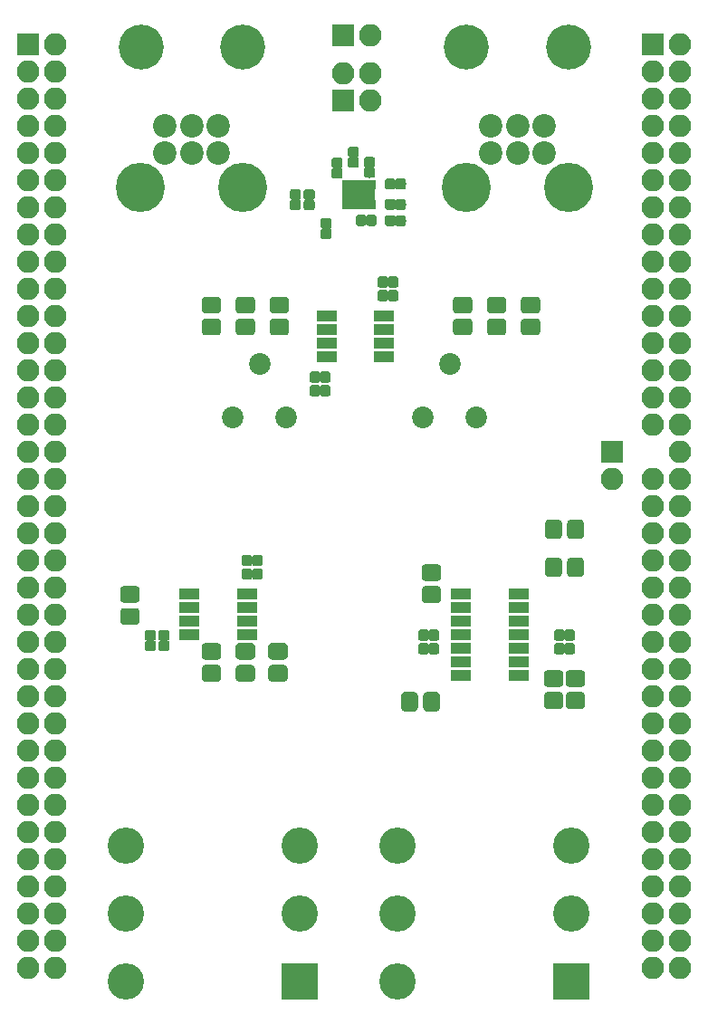
<source format=gbr>
G04 #@! TF.GenerationSoftware,KiCad,Pcbnew,(5.0.0-3-g5ebb6b6)*
G04 #@! TF.CreationDate,2019-04-23T02:19:09+01:00*
G04 #@! TF.ProjectId,Nucleo144AudioBreakout,4E75636C656F313434417564696F4272,RevA*
G04 #@! TF.SameCoordinates,Original*
G04 #@! TF.FileFunction,Soldermask,Top*
G04 #@! TF.FilePolarity,Negative*
%FSLAX46Y46*%
G04 Gerber Fmt 4.6, Leading zero omitted, Abs format (unit mm)*
G04 Created by KiCad (PCBNEW (5.0.0-3-g5ebb6b6)) date Tuesday, 23 April 2019 at 02:19:09*
%MOMM*%
%LPD*%
G01*
G04 APERTURE LIST*
%ADD10C,4.200000*%
%ADD11R,1.950000X1.000000*%
%ADD12C,0.100000*%
%ADD13C,1.550000*%
%ADD14C,3.400000*%
%ADD15R,3.400000X3.400000*%
%ADD16O,2.100000X2.100000*%
%ADD17R,2.100000X2.100000*%
%ADD18C,2.020000*%
%ADD19R,1.900000X1.000000*%
%ADD20C,0.990000*%
%ADD21C,4.600000*%
%ADD22C,2.200000*%
%ADD23R,0.650000X0.900000*%
%ADD24R,3.050000X1.400000*%
G04 APERTURE END LIST*
D10*
G04 #@! TO.C,REF\002A\002A*
X121666000Y-87884000D03*
G04 #@! TD*
G04 #@! TO.C,REF\002A\002A*
X112130000Y-87884000D03*
G04 #@! TD*
G04 #@! TO.C,REF\002A\002A*
X91186000Y-87884000D03*
G04 #@! TD*
G04 #@! TO.C,REF\002A\002A*
X81661000Y-87884000D03*
G04 #@! TD*
D11*
G04 #@! TO.C,U1*
X104427000Y-113030000D03*
X104427000Y-114300000D03*
X104427000Y-115570000D03*
X104427000Y-116840000D03*
X99027000Y-116840000D03*
X99027000Y-115570000D03*
X99027000Y-114300000D03*
X99027000Y-113030000D03*
G04 #@! TD*
D12*
G04 #@! TO.C,R4*
G36*
X95084071Y-143616623D02*
X95116781Y-143621475D01*
X95148857Y-143629509D01*
X95179991Y-143640649D01*
X95209884Y-143654787D01*
X95238247Y-143671787D01*
X95264807Y-143691485D01*
X95289308Y-143713692D01*
X95311515Y-143738193D01*
X95331213Y-143764753D01*
X95348213Y-143793116D01*
X95362351Y-143823009D01*
X95373491Y-143854143D01*
X95381525Y-143886219D01*
X95386377Y-143918929D01*
X95388000Y-143951956D01*
X95388000Y-144828044D01*
X95386377Y-144861071D01*
X95381525Y-144893781D01*
X95373491Y-144925857D01*
X95362351Y-144956991D01*
X95348213Y-144986884D01*
X95331213Y-145015247D01*
X95311515Y-145041807D01*
X95289308Y-145066308D01*
X95264807Y-145088515D01*
X95238247Y-145108213D01*
X95209884Y-145125213D01*
X95179991Y-145139351D01*
X95148857Y-145150491D01*
X95116781Y-145158525D01*
X95084071Y-145163377D01*
X95051044Y-145165000D01*
X93924956Y-145165000D01*
X93891929Y-145163377D01*
X93859219Y-145158525D01*
X93827143Y-145150491D01*
X93796009Y-145139351D01*
X93766116Y-145125213D01*
X93737753Y-145108213D01*
X93711193Y-145088515D01*
X93686692Y-145066308D01*
X93664485Y-145041807D01*
X93644787Y-145015247D01*
X93627787Y-144986884D01*
X93613649Y-144956991D01*
X93602509Y-144925857D01*
X93594475Y-144893781D01*
X93589623Y-144861071D01*
X93588000Y-144828044D01*
X93588000Y-143951956D01*
X93589623Y-143918929D01*
X93594475Y-143886219D01*
X93602509Y-143854143D01*
X93613649Y-143823009D01*
X93627787Y-143793116D01*
X93644787Y-143764753D01*
X93664485Y-143738193D01*
X93686692Y-143713692D01*
X93711193Y-143691485D01*
X93737753Y-143671787D01*
X93766116Y-143654787D01*
X93796009Y-143640649D01*
X93827143Y-143629509D01*
X93859219Y-143621475D01*
X93891929Y-143616623D01*
X93924956Y-143615000D01*
X95051044Y-143615000D01*
X95084071Y-143616623D01*
X95084071Y-143616623D01*
G37*
D13*
X94488000Y-144390000D03*
D12*
G36*
X95084071Y-145666623D02*
X95116781Y-145671475D01*
X95148857Y-145679509D01*
X95179991Y-145690649D01*
X95209884Y-145704787D01*
X95238247Y-145721787D01*
X95264807Y-145741485D01*
X95289308Y-145763692D01*
X95311515Y-145788193D01*
X95331213Y-145814753D01*
X95348213Y-145843116D01*
X95362351Y-145873009D01*
X95373491Y-145904143D01*
X95381525Y-145936219D01*
X95386377Y-145968929D01*
X95388000Y-146001956D01*
X95388000Y-146878044D01*
X95386377Y-146911071D01*
X95381525Y-146943781D01*
X95373491Y-146975857D01*
X95362351Y-147006991D01*
X95348213Y-147036884D01*
X95331213Y-147065247D01*
X95311515Y-147091807D01*
X95289308Y-147116308D01*
X95264807Y-147138515D01*
X95238247Y-147158213D01*
X95209884Y-147175213D01*
X95179991Y-147189351D01*
X95148857Y-147200491D01*
X95116781Y-147208525D01*
X95084071Y-147213377D01*
X95051044Y-147215000D01*
X93924956Y-147215000D01*
X93891929Y-147213377D01*
X93859219Y-147208525D01*
X93827143Y-147200491D01*
X93796009Y-147189351D01*
X93766116Y-147175213D01*
X93737753Y-147158213D01*
X93711193Y-147138515D01*
X93686692Y-147116308D01*
X93664485Y-147091807D01*
X93644787Y-147065247D01*
X93627787Y-147036884D01*
X93613649Y-147006991D01*
X93602509Y-146975857D01*
X93594475Y-146943781D01*
X93589623Y-146911071D01*
X93588000Y-146878044D01*
X93588000Y-146001956D01*
X93589623Y-145968929D01*
X93594475Y-145936219D01*
X93602509Y-145904143D01*
X93613649Y-145873009D01*
X93627787Y-145843116D01*
X93644787Y-145814753D01*
X93664485Y-145788193D01*
X93686692Y-145763692D01*
X93711193Y-145741485D01*
X93737753Y-145721787D01*
X93766116Y-145704787D01*
X93796009Y-145690649D01*
X93827143Y-145679509D01*
X93859219Y-145671475D01*
X93891929Y-145666623D01*
X93924956Y-145665000D01*
X95051044Y-145665000D01*
X95084071Y-145666623D01*
X95084071Y-145666623D01*
G37*
D13*
X94488000Y-146440000D03*
G04 #@! TD*
D11*
G04 #@! TO.C,U2*
X91600000Y-139065000D03*
X91600000Y-140335000D03*
X91600000Y-141605000D03*
X91600000Y-142875000D03*
X86200000Y-142875000D03*
X86200000Y-141605000D03*
X86200000Y-140335000D03*
X86200000Y-139065000D03*
G04 #@! TD*
D14*
G04 #@! TO.C,JIN1*
X80290000Y-168910000D03*
X80290000Y-162560000D03*
X80290000Y-175260000D03*
X96520000Y-168910000D03*
X96520000Y-162560000D03*
D15*
X96520000Y-175260000D03*
G04 #@! TD*
D12*
G04 #@! TO.C,R10*
G36*
X122781071Y-135626623D02*
X122813781Y-135631475D01*
X122845857Y-135639509D01*
X122876991Y-135650649D01*
X122906884Y-135664787D01*
X122935247Y-135681787D01*
X122961807Y-135701485D01*
X122986308Y-135723692D01*
X123008515Y-135748193D01*
X123028213Y-135774753D01*
X123045213Y-135803116D01*
X123059351Y-135833009D01*
X123070491Y-135864143D01*
X123078525Y-135896219D01*
X123083377Y-135928929D01*
X123085000Y-135961956D01*
X123085000Y-137088044D01*
X123083377Y-137121071D01*
X123078525Y-137153781D01*
X123070491Y-137185857D01*
X123059351Y-137216991D01*
X123045213Y-137246884D01*
X123028213Y-137275247D01*
X123008515Y-137301807D01*
X122986308Y-137326308D01*
X122961807Y-137348515D01*
X122935247Y-137368213D01*
X122906884Y-137385213D01*
X122876991Y-137399351D01*
X122845857Y-137410491D01*
X122813781Y-137418525D01*
X122781071Y-137423377D01*
X122748044Y-137425000D01*
X121871956Y-137425000D01*
X121838929Y-137423377D01*
X121806219Y-137418525D01*
X121774143Y-137410491D01*
X121743009Y-137399351D01*
X121713116Y-137385213D01*
X121684753Y-137368213D01*
X121658193Y-137348515D01*
X121633692Y-137326308D01*
X121611485Y-137301807D01*
X121591787Y-137275247D01*
X121574787Y-137246884D01*
X121560649Y-137216991D01*
X121549509Y-137185857D01*
X121541475Y-137153781D01*
X121536623Y-137121071D01*
X121535000Y-137088044D01*
X121535000Y-135961956D01*
X121536623Y-135928929D01*
X121541475Y-135896219D01*
X121549509Y-135864143D01*
X121560649Y-135833009D01*
X121574787Y-135803116D01*
X121591787Y-135774753D01*
X121611485Y-135748193D01*
X121633692Y-135723692D01*
X121658193Y-135701485D01*
X121684753Y-135681787D01*
X121713116Y-135664787D01*
X121743009Y-135650649D01*
X121774143Y-135639509D01*
X121806219Y-135631475D01*
X121838929Y-135626623D01*
X121871956Y-135625000D01*
X122748044Y-135625000D01*
X122781071Y-135626623D01*
X122781071Y-135626623D01*
G37*
D13*
X122310000Y-136525000D03*
D12*
G36*
X120731071Y-135626623D02*
X120763781Y-135631475D01*
X120795857Y-135639509D01*
X120826991Y-135650649D01*
X120856884Y-135664787D01*
X120885247Y-135681787D01*
X120911807Y-135701485D01*
X120936308Y-135723692D01*
X120958515Y-135748193D01*
X120978213Y-135774753D01*
X120995213Y-135803116D01*
X121009351Y-135833009D01*
X121020491Y-135864143D01*
X121028525Y-135896219D01*
X121033377Y-135928929D01*
X121035000Y-135961956D01*
X121035000Y-137088044D01*
X121033377Y-137121071D01*
X121028525Y-137153781D01*
X121020491Y-137185857D01*
X121009351Y-137216991D01*
X120995213Y-137246884D01*
X120978213Y-137275247D01*
X120958515Y-137301807D01*
X120936308Y-137326308D01*
X120911807Y-137348515D01*
X120885247Y-137368213D01*
X120856884Y-137385213D01*
X120826991Y-137399351D01*
X120795857Y-137410491D01*
X120763781Y-137418525D01*
X120731071Y-137423377D01*
X120698044Y-137425000D01*
X119821956Y-137425000D01*
X119788929Y-137423377D01*
X119756219Y-137418525D01*
X119724143Y-137410491D01*
X119693009Y-137399351D01*
X119663116Y-137385213D01*
X119634753Y-137368213D01*
X119608193Y-137348515D01*
X119583692Y-137326308D01*
X119561485Y-137301807D01*
X119541787Y-137275247D01*
X119524787Y-137246884D01*
X119510649Y-137216991D01*
X119499509Y-137185857D01*
X119491475Y-137153781D01*
X119486623Y-137121071D01*
X119485000Y-137088044D01*
X119485000Y-135961956D01*
X119486623Y-135928929D01*
X119491475Y-135896219D01*
X119499509Y-135864143D01*
X119510649Y-135833009D01*
X119524787Y-135803116D01*
X119541787Y-135774753D01*
X119561485Y-135748193D01*
X119583692Y-135723692D01*
X119608193Y-135701485D01*
X119634753Y-135681787D01*
X119663116Y-135664787D01*
X119693009Y-135650649D01*
X119724143Y-135639509D01*
X119756219Y-135631475D01*
X119788929Y-135626623D01*
X119821956Y-135625000D01*
X120698044Y-135625000D01*
X120731071Y-135626623D01*
X120731071Y-135626623D01*
G37*
D13*
X120260000Y-136525000D03*
G04 #@! TD*
D16*
G04 #@! TO.C,CN11*
X73660000Y-173990000D03*
X71120000Y-173990000D03*
X73660000Y-171450000D03*
X71120000Y-171450000D03*
X73660000Y-168910000D03*
X71120000Y-168910000D03*
X73660000Y-166370000D03*
X71120000Y-166370000D03*
X73660000Y-163830000D03*
X71120000Y-163830000D03*
X73660000Y-161290000D03*
X71120000Y-161290000D03*
X73660000Y-158750000D03*
X71120000Y-158750000D03*
X73660000Y-156210000D03*
X71120000Y-156210000D03*
X73660000Y-153670000D03*
X71120000Y-153670000D03*
X73660000Y-151130000D03*
X71120000Y-151130000D03*
X73660000Y-148590000D03*
X71120000Y-148590000D03*
X73660000Y-146050000D03*
X71120000Y-146050000D03*
X73660000Y-143510000D03*
X71120000Y-143510000D03*
X73660000Y-140970000D03*
X71120000Y-140970000D03*
X73660000Y-138430000D03*
X71120000Y-138430000D03*
X73660000Y-135890000D03*
X71120000Y-135890000D03*
X73660000Y-133350000D03*
X71120000Y-133350000D03*
X73660000Y-130810000D03*
X71120000Y-130810000D03*
X73660000Y-128270000D03*
X71120000Y-128270000D03*
X73660000Y-125730000D03*
X71120000Y-125730000D03*
X73660000Y-123190000D03*
X71120000Y-123190000D03*
X73660000Y-120650000D03*
X71120000Y-120650000D03*
X73660000Y-118110000D03*
X71120000Y-118110000D03*
X73660000Y-115570000D03*
X71120000Y-115570000D03*
X73660000Y-113030000D03*
X71120000Y-113030000D03*
X73660000Y-110490000D03*
X71120000Y-110490000D03*
X73660000Y-107950000D03*
X71120000Y-107950000D03*
X73660000Y-105410000D03*
X71120000Y-105410000D03*
X73660000Y-102870000D03*
X71120000Y-102870000D03*
X73660000Y-100330000D03*
X71120000Y-100330000D03*
X73660000Y-97790000D03*
X71120000Y-97790000D03*
X73660000Y-95250000D03*
X71120000Y-95250000D03*
X73660000Y-92710000D03*
X71120000Y-92710000D03*
X73660000Y-90170000D03*
X71120000Y-90170000D03*
X73660000Y-87630000D03*
D17*
X71120000Y-87630000D03*
G04 #@! TD*
G04 #@! TO.C,CN12*
X129540000Y-87630000D03*
D16*
X132080000Y-87630000D03*
X129540000Y-90170000D03*
X132080000Y-90170000D03*
X129540000Y-92710000D03*
X132080000Y-92710000D03*
X129540000Y-95250000D03*
X132080000Y-95250000D03*
X129540000Y-97790000D03*
X132080000Y-97790000D03*
X129540000Y-100330000D03*
X132080000Y-100330000D03*
X129540000Y-102870000D03*
X132080000Y-102870000D03*
X129540000Y-105410000D03*
X132080000Y-105410000D03*
X129540000Y-107950000D03*
X132080000Y-107950000D03*
X129540000Y-110490000D03*
X132080000Y-110490000D03*
X129540000Y-113030000D03*
X132080000Y-113030000D03*
X129540000Y-115570000D03*
X132080000Y-115570000D03*
X129540000Y-118110000D03*
X132080000Y-118110000D03*
X129540000Y-120650000D03*
X132080000Y-120650000D03*
X129540000Y-123190000D03*
X132080000Y-123190000D03*
X132080000Y-125730000D03*
X129540000Y-128270000D03*
X132080000Y-128270000D03*
X129540000Y-130810000D03*
X132080000Y-130810000D03*
X129540000Y-133350000D03*
X132080000Y-133350000D03*
X129540000Y-135890000D03*
X132080000Y-135890000D03*
X129540000Y-138430000D03*
X132080000Y-138430000D03*
X129540000Y-140970000D03*
X132080000Y-140970000D03*
X129540000Y-143510000D03*
X132080000Y-143510000D03*
X129540000Y-146050000D03*
X132080000Y-146050000D03*
X129540000Y-148590000D03*
X132080000Y-148590000D03*
X129540000Y-151130000D03*
X132080000Y-151130000D03*
X129540000Y-153670000D03*
X132080000Y-153670000D03*
X129540000Y-156210000D03*
X132080000Y-156210000D03*
X129540000Y-158750000D03*
X132080000Y-158750000D03*
X129540000Y-161290000D03*
X132080000Y-161290000D03*
X129540000Y-163830000D03*
X132080000Y-163830000D03*
X129540000Y-166370000D03*
X132080000Y-166370000D03*
X129540000Y-168910000D03*
X132080000Y-168910000D03*
X129540000Y-171450000D03*
X132080000Y-171450000D03*
X129540000Y-173990000D03*
X132080000Y-173990000D03*
G04 #@! TD*
D15*
G04 #@! TO.C,JOUT1*
X121920000Y-175260000D03*
D14*
X121920000Y-162560000D03*
X121920000Y-168910000D03*
X105690000Y-175260000D03*
X105690000Y-162560000D03*
X105690000Y-168910000D03*
G04 #@! TD*
D18*
G04 #@! TO.C,RV3*
X90250000Y-122555000D03*
X92750000Y-117555000D03*
X95250000Y-122555000D03*
G04 #@! TD*
G04 #@! TO.C,RV4*
X108030000Y-122555000D03*
X110530000Y-117555000D03*
X113030000Y-122555000D03*
G04 #@! TD*
D12*
G04 #@! TO.C,R1*
G36*
X88861071Y-145666623D02*
X88893781Y-145671475D01*
X88925857Y-145679509D01*
X88956991Y-145690649D01*
X88986884Y-145704787D01*
X89015247Y-145721787D01*
X89041807Y-145741485D01*
X89066308Y-145763692D01*
X89088515Y-145788193D01*
X89108213Y-145814753D01*
X89125213Y-145843116D01*
X89139351Y-145873009D01*
X89150491Y-145904143D01*
X89158525Y-145936219D01*
X89163377Y-145968929D01*
X89165000Y-146001956D01*
X89165000Y-146878044D01*
X89163377Y-146911071D01*
X89158525Y-146943781D01*
X89150491Y-146975857D01*
X89139351Y-147006991D01*
X89125213Y-147036884D01*
X89108213Y-147065247D01*
X89088515Y-147091807D01*
X89066308Y-147116308D01*
X89041807Y-147138515D01*
X89015247Y-147158213D01*
X88986884Y-147175213D01*
X88956991Y-147189351D01*
X88925857Y-147200491D01*
X88893781Y-147208525D01*
X88861071Y-147213377D01*
X88828044Y-147215000D01*
X87701956Y-147215000D01*
X87668929Y-147213377D01*
X87636219Y-147208525D01*
X87604143Y-147200491D01*
X87573009Y-147189351D01*
X87543116Y-147175213D01*
X87514753Y-147158213D01*
X87488193Y-147138515D01*
X87463692Y-147116308D01*
X87441485Y-147091807D01*
X87421787Y-147065247D01*
X87404787Y-147036884D01*
X87390649Y-147006991D01*
X87379509Y-146975857D01*
X87371475Y-146943781D01*
X87366623Y-146911071D01*
X87365000Y-146878044D01*
X87365000Y-146001956D01*
X87366623Y-145968929D01*
X87371475Y-145936219D01*
X87379509Y-145904143D01*
X87390649Y-145873009D01*
X87404787Y-145843116D01*
X87421787Y-145814753D01*
X87441485Y-145788193D01*
X87463692Y-145763692D01*
X87488193Y-145741485D01*
X87514753Y-145721787D01*
X87543116Y-145704787D01*
X87573009Y-145690649D01*
X87604143Y-145679509D01*
X87636219Y-145671475D01*
X87668929Y-145666623D01*
X87701956Y-145665000D01*
X88828044Y-145665000D01*
X88861071Y-145666623D01*
X88861071Y-145666623D01*
G37*
D13*
X88265000Y-146440000D03*
D12*
G36*
X88861071Y-143616623D02*
X88893781Y-143621475D01*
X88925857Y-143629509D01*
X88956991Y-143640649D01*
X88986884Y-143654787D01*
X89015247Y-143671787D01*
X89041807Y-143691485D01*
X89066308Y-143713692D01*
X89088515Y-143738193D01*
X89108213Y-143764753D01*
X89125213Y-143793116D01*
X89139351Y-143823009D01*
X89150491Y-143854143D01*
X89158525Y-143886219D01*
X89163377Y-143918929D01*
X89165000Y-143951956D01*
X89165000Y-144828044D01*
X89163377Y-144861071D01*
X89158525Y-144893781D01*
X89150491Y-144925857D01*
X89139351Y-144956991D01*
X89125213Y-144986884D01*
X89108213Y-145015247D01*
X89088515Y-145041807D01*
X89066308Y-145066308D01*
X89041807Y-145088515D01*
X89015247Y-145108213D01*
X88986884Y-145125213D01*
X88956991Y-145139351D01*
X88925857Y-145150491D01*
X88893781Y-145158525D01*
X88861071Y-145163377D01*
X88828044Y-145165000D01*
X87701956Y-145165000D01*
X87668929Y-145163377D01*
X87636219Y-145158525D01*
X87604143Y-145150491D01*
X87573009Y-145139351D01*
X87543116Y-145125213D01*
X87514753Y-145108213D01*
X87488193Y-145088515D01*
X87463692Y-145066308D01*
X87441485Y-145041807D01*
X87421787Y-145015247D01*
X87404787Y-144986884D01*
X87390649Y-144956991D01*
X87379509Y-144925857D01*
X87371475Y-144893781D01*
X87366623Y-144861071D01*
X87365000Y-144828044D01*
X87365000Y-143951956D01*
X87366623Y-143918929D01*
X87371475Y-143886219D01*
X87379509Y-143854143D01*
X87390649Y-143823009D01*
X87404787Y-143793116D01*
X87421787Y-143764753D01*
X87441485Y-143738193D01*
X87463692Y-143713692D01*
X87488193Y-143691485D01*
X87514753Y-143671787D01*
X87543116Y-143654787D01*
X87573009Y-143640649D01*
X87604143Y-143629509D01*
X87636219Y-143621475D01*
X87668929Y-143616623D01*
X87701956Y-143615000D01*
X88828044Y-143615000D01*
X88861071Y-143616623D01*
X88861071Y-143616623D01*
G37*
D13*
X88265000Y-144390000D03*
G04 #@! TD*
D12*
G04 #@! TO.C,R2*
G36*
X92036071Y-143616623D02*
X92068781Y-143621475D01*
X92100857Y-143629509D01*
X92131991Y-143640649D01*
X92161884Y-143654787D01*
X92190247Y-143671787D01*
X92216807Y-143691485D01*
X92241308Y-143713692D01*
X92263515Y-143738193D01*
X92283213Y-143764753D01*
X92300213Y-143793116D01*
X92314351Y-143823009D01*
X92325491Y-143854143D01*
X92333525Y-143886219D01*
X92338377Y-143918929D01*
X92340000Y-143951956D01*
X92340000Y-144828044D01*
X92338377Y-144861071D01*
X92333525Y-144893781D01*
X92325491Y-144925857D01*
X92314351Y-144956991D01*
X92300213Y-144986884D01*
X92283213Y-145015247D01*
X92263515Y-145041807D01*
X92241308Y-145066308D01*
X92216807Y-145088515D01*
X92190247Y-145108213D01*
X92161884Y-145125213D01*
X92131991Y-145139351D01*
X92100857Y-145150491D01*
X92068781Y-145158525D01*
X92036071Y-145163377D01*
X92003044Y-145165000D01*
X90876956Y-145165000D01*
X90843929Y-145163377D01*
X90811219Y-145158525D01*
X90779143Y-145150491D01*
X90748009Y-145139351D01*
X90718116Y-145125213D01*
X90689753Y-145108213D01*
X90663193Y-145088515D01*
X90638692Y-145066308D01*
X90616485Y-145041807D01*
X90596787Y-145015247D01*
X90579787Y-144986884D01*
X90565649Y-144956991D01*
X90554509Y-144925857D01*
X90546475Y-144893781D01*
X90541623Y-144861071D01*
X90540000Y-144828044D01*
X90540000Y-143951956D01*
X90541623Y-143918929D01*
X90546475Y-143886219D01*
X90554509Y-143854143D01*
X90565649Y-143823009D01*
X90579787Y-143793116D01*
X90596787Y-143764753D01*
X90616485Y-143738193D01*
X90638692Y-143713692D01*
X90663193Y-143691485D01*
X90689753Y-143671787D01*
X90718116Y-143654787D01*
X90748009Y-143640649D01*
X90779143Y-143629509D01*
X90811219Y-143621475D01*
X90843929Y-143616623D01*
X90876956Y-143615000D01*
X92003044Y-143615000D01*
X92036071Y-143616623D01*
X92036071Y-143616623D01*
G37*
D13*
X91440000Y-144390000D03*
D12*
G36*
X92036071Y-145666623D02*
X92068781Y-145671475D01*
X92100857Y-145679509D01*
X92131991Y-145690649D01*
X92161884Y-145704787D01*
X92190247Y-145721787D01*
X92216807Y-145741485D01*
X92241308Y-145763692D01*
X92263515Y-145788193D01*
X92283213Y-145814753D01*
X92300213Y-145843116D01*
X92314351Y-145873009D01*
X92325491Y-145904143D01*
X92333525Y-145936219D01*
X92338377Y-145968929D01*
X92340000Y-146001956D01*
X92340000Y-146878044D01*
X92338377Y-146911071D01*
X92333525Y-146943781D01*
X92325491Y-146975857D01*
X92314351Y-147006991D01*
X92300213Y-147036884D01*
X92283213Y-147065247D01*
X92263515Y-147091807D01*
X92241308Y-147116308D01*
X92216807Y-147138515D01*
X92190247Y-147158213D01*
X92161884Y-147175213D01*
X92131991Y-147189351D01*
X92100857Y-147200491D01*
X92068781Y-147208525D01*
X92036071Y-147213377D01*
X92003044Y-147215000D01*
X90876956Y-147215000D01*
X90843929Y-147213377D01*
X90811219Y-147208525D01*
X90779143Y-147200491D01*
X90748009Y-147189351D01*
X90718116Y-147175213D01*
X90689753Y-147158213D01*
X90663193Y-147138515D01*
X90638692Y-147116308D01*
X90616485Y-147091807D01*
X90596787Y-147065247D01*
X90579787Y-147036884D01*
X90565649Y-147006991D01*
X90554509Y-146975857D01*
X90546475Y-146943781D01*
X90541623Y-146911071D01*
X90540000Y-146878044D01*
X90540000Y-146001956D01*
X90541623Y-145968929D01*
X90546475Y-145936219D01*
X90554509Y-145904143D01*
X90565649Y-145873009D01*
X90579787Y-145843116D01*
X90596787Y-145814753D01*
X90616485Y-145788193D01*
X90638692Y-145763692D01*
X90663193Y-145741485D01*
X90689753Y-145721787D01*
X90718116Y-145704787D01*
X90748009Y-145690649D01*
X90779143Y-145679509D01*
X90811219Y-145671475D01*
X90843929Y-145666623D01*
X90876956Y-145665000D01*
X92003044Y-145665000D01*
X92036071Y-145666623D01*
X92036071Y-145666623D01*
G37*
D13*
X91440000Y-146440000D03*
G04 #@! TD*
D12*
G04 #@! TO.C,R3*
G36*
X81241071Y-138291623D02*
X81273781Y-138296475D01*
X81305857Y-138304509D01*
X81336991Y-138315649D01*
X81366884Y-138329787D01*
X81395247Y-138346787D01*
X81421807Y-138366485D01*
X81446308Y-138388692D01*
X81468515Y-138413193D01*
X81488213Y-138439753D01*
X81505213Y-138468116D01*
X81519351Y-138498009D01*
X81530491Y-138529143D01*
X81538525Y-138561219D01*
X81543377Y-138593929D01*
X81545000Y-138626956D01*
X81545000Y-139503044D01*
X81543377Y-139536071D01*
X81538525Y-139568781D01*
X81530491Y-139600857D01*
X81519351Y-139631991D01*
X81505213Y-139661884D01*
X81488213Y-139690247D01*
X81468515Y-139716807D01*
X81446308Y-139741308D01*
X81421807Y-139763515D01*
X81395247Y-139783213D01*
X81366884Y-139800213D01*
X81336991Y-139814351D01*
X81305857Y-139825491D01*
X81273781Y-139833525D01*
X81241071Y-139838377D01*
X81208044Y-139840000D01*
X80081956Y-139840000D01*
X80048929Y-139838377D01*
X80016219Y-139833525D01*
X79984143Y-139825491D01*
X79953009Y-139814351D01*
X79923116Y-139800213D01*
X79894753Y-139783213D01*
X79868193Y-139763515D01*
X79843692Y-139741308D01*
X79821485Y-139716807D01*
X79801787Y-139690247D01*
X79784787Y-139661884D01*
X79770649Y-139631991D01*
X79759509Y-139600857D01*
X79751475Y-139568781D01*
X79746623Y-139536071D01*
X79745000Y-139503044D01*
X79745000Y-138626956D01*
X79746623Y-138593929D01*
X79751475Y-138561219D01*
X79759509Y-138529143D01*
X79770649Y-138498009D01*
X79784787Y-138468116D01*
X79801787Y-138439753D01*
X79821485Y-138413193D01*
X79843692Y-138388692D01*
X79868193Y-138366485D01*
X79894753Y-138346787D01*
X79923116Y-138329787D01*
X79953009Y-138315649D01*
X79984143Y-138304509D01*
X80016219Y-138296475D01*
X80048929Y-138291623D01*
X80081956Y-138290000D01*
X81208044Y-138290000D01*
X81241071Y-138291623D01*
X81241071Y-138291623D01*
G37*
D13*
X80645000Y-139065000D03*
D12*
G36*
X81241071Y-140341623D02*
X81273781Y-140346475D01*
X81305857Y-140354509D01*
X81336991Y-140365649D01*
X81366884Y-140379787D01*
X81395247Y-140396787D01*
X81421807Y-140416485D01*
X81446308Y-140438692D01*
X81468515Y-140463193D01*
X81488213Y-140489753D01*
X81505213Y-140518116D01*
X81519351Y-140548009D01*
X81530491Y-140579143D01*
X81538525Y-140611219D01*
X81543377Y-140643929D01*
X81545000Y-140676956D01*
X81545000Y-141553044D01*
X81543377Y-141586071D01*
X81538525Y-141618781D01*
X81530491Y-141650857D01*
X81519351Y-141681991D01*
X81505213Y-141711884D01*
X81488213Y-141740247D01*
X81468515Y-141766807D01*
X81446308Y-141791308D01*
X81421807Y-141813515D01*
X81395247Y-141833213D01*
X81366884Y-141850213D01*
X81336991Y-141864351D01*
X81305857Y-141875491D01*
X81273781Y-141883525D01*
X81241071Y-141888377D01*
X81208044Y-141890000D01*
X80081956Y-141890000D01*
X80048929Y-141888377D01*
X80016219Y-141883525D01*
X79984143Y-141875491D01*
X79953009Y-141864351D01*
X79923116Y-141850213D01*
X79894753Y-141833213D01*
X79868193Y-141813515D01*
X79843692Y-141791308D01*
X79821485Y-141766807D01*
X79801787Y-141740247D01*
X79784787Y-141711884D01*
X79770649Y-141681991D01*
X79759509Y-141650857D01*
X79751475Y-141618781D01*
X79746623Y-141586071D01*
X79745000Y-141553044D01*
X79745000Y-140676956D01*
X79746623Y-140643929D01*
X79751475Y-140611219D01*
X79759509Y-140579143D01*
X79770649Y-140548009D01*
X79784787Y-140518116D01*
X79801787Y-140489753D01*
X79821485Y-140463193D01*
X79843692Y-140438692D01*
X79868193Y-140416485D01*
X79894753Y-140396787D01*
X79923116Y-140379787D01*
X79953009Y-140365649D01*
X79984143Y-140354509D01*
X80016219Y-140346475D01*
X80048929Y-140341623D01*
X80081956Y-140340000D01*
X81208044Y-140340000D01*
X81241071Y-140341623D01*
X81241071Y-140341623D01*
G37*
D13*
X80645000Y-141115000D03*
G04 #@! TD*
D12*
G04 #@! TO.C,R7*
G36*
X122897071Y-146156623D02*
X122929781Y-146161475D01*
X122961857Y-146169509D01*
X122992991Y-146180649D01*
X123022884Y-146194787D01*
X123051247Y-146211787D01*
X123077807Y-146231485D01*
X123102308Y-146253692D01*
X123124515Y-146278193D01*
X123144213Y-146304753D01*
X123161213Y-146333116D01*
X123175351Y-146363009D01*
X123186491Y-146394143D01*
X123194525Y-146426219D01*
X123199377Y-146458929D01*
X123201000Y-146491956D01*
X123201000Y-147368044D01*
X123199377Y-147401071D01*
X123194525Y-147433781D01*
X123186491Y-147465857D01*
X123175351Y-147496991D01*
X123161213Y-147526884D01*
X123144213Y-147555247D01*
X123124515Y-147581807D01*
X123102308Y-147606308D01*
X123077807Y-147628515D01*
X123051247Y-147648213D01*
X123022884Y-147665213D01*
X122992991Y-147679351D01*
X122961857Y-147690491D01*
X122929781Y-147698525D01*
X122897071Y-147703377D01*
X122864044Y-147705000D01*
X121737956Y-147705000D01*
X121704929Y-147703377D01*
X121672219Y-147698525D01*
X121640143Y-147690491D01*
X121609009Y-147679351D01*
X121579116Y-147665213D01*
X121550753Y-147648213D01*
X121524193Y-147628515D01*
X121499692Y-147606308D01*
X121477485Y-147581807D01*
X121457787Y-147555247D01*
X121440787Y-147526884D01*
X121426649Y-147496991D01*
X121415509Y-147465857D01*
X121407475Y-147433781D01*
X121402623Y-147401071D01*
X121401000Y-147368044D01*
X121401000Y-146491956D01*
X121402623Y-146458929D01*
X121407475Y-146426219D01*
X121415509Y-146394143D01*
X121426649Y-146363009D01*
X121440787Y-146333116D01*
X121457787Y-146304753D01*
X121477485Y-146278193D01*
X121499692Y-146253692D01*
X121524193Y-146231485D01*
X121550753Y-146211787D01*
X121579116Y-146194787D01*
X121609009Y-146180649D01*
X121640143Y-146169509D01*
X121672219Y-146161475D01*
X121704929Y-146156623D01*
X121737956Y-146155000D01*
X122864044Y-146155000D01*
X122897071Y-146156623D01*
X122897071Y-146156623D01*
G37*
D13*
X122301000Y-146930000D03*
D12*
G36*
X122897071Y-148206623D02*
X122929781Y-148211475D01*
X122961857Y-148219509D01*
X122992991Y-148230649D01*
X123022884Y-148244787D01*
X123051247Y-148261787D01*
X123077807Y-148281485D01*
X123102308Y-148303692D01*
X123124515Y-148328193D01*
X123144213Y-148354753D01*
X123161213Y-148383116D01*
X123175351Y-148413009D01*
X123186491Y-148444143D01*
X123194525Y-148476219D01*
X123199377Y-148508929D01*
X123201000Y-148541956D01*
X123201000Y-149418044D01*
X123199377Y-149451071D01*
X123194525Y-149483781D01*
X123186491Y-149515857D01*
X123175351Y-149546991D01*
X123161213Y-149576884D01*
X123144213Y-149605247D01*
X123124515Y-149631807D01*
X123102308Y-149656308D01*
X123077807Y-149678515D01*
X123051247Y-149698213D01*
X123022884Y-149715213D01*
X122992991Y-149729351D01*
X122961857Y-149740491D01*
X122929781Y-149748525D01*
X122897071Y-149753377D01*
X122864044Y-149755000D01*
X121737956Y-149755000D01*
X121704929Y-149753377D01*
X121672219Y-149748525D01*
X121640143Y-149740491D01*
X121609009Y-149729351D01*
X121579116Y-149715213D01*
X121550753Y-149698213D01*
X121524193Y-149678515D01*
X121499692Y-149656308D01*
X121477485Y-149631807D01*
X121457787Y-149605247D01*
X121440787Y-149576884D01*
X121426649Y-149546991D01*
X121415509Y-149515857D01*
X121407475Y-149483781D01*
X121402623Y-149451071D01*
X121401000Y-149418044D01*
X121401000Y-148541956D01*
X121402623Y-148508929D01*
X121407475Y-148476219D01*
X121415509Y-148444143D01*
X121426649Y-148413009D01*
X121440787Y-148383116D01*
X121457787Y-148354753D01*
X121477485Y-148328193D01*
X121499692Y-148303692D01*
X121524193Y-148281485D01*
X121550753Y-148261787D01*
X121579116Y-148244787D01*
X121609009Y-148230649D01*
X121640143Y-148219509D01*
X121672219Y-148211475D01*
X121704929Y-148206623D01*
X121737956Y-148205000D01*
X122864044Y-148205000D01*
X122897071Y-148206623D01*
X122897071Y-148206623D01*
G37*
D13*
X122301000Y-148980000D03*
G04 #@! TD*
D12*
G04 #@! TO.C,R8*
G36*
X122781071Y-132070623D02*
X122813781Y-132075475D01*
X122845857Y-132083509D01*
X122876991Y-132094649D01*
X122906884Y-132108787D01*
X122935247Y-132125787D01*
X122961807Y-132145485D01*
X122986308Y-132167692D01*
X123008515Y-132192193D01*
X123028213Y-132218753D01*
X123045213Y-132247116D01*
X123059351Y-132277009D01*
X123070491Y-132308143D01*
X123078525Y-132340219D01*
X123083377Y-132372929D01*
X123085000Y-132405956D01*
X123085000Y-133532044D01*
X123083377Y-133565071D01*
X123078525Y-133597781D01*
X123070491Y-133629857D01*
X123059351Y-133660991D01*
X123045213Y-133690884D01*
X123028213Y-133719247D01*
X123008515Y-133745807D01*
X122986308Y-133770308D01*
X122961807Y-133792515D01*
X122935247Y-133812213D01*
X122906884Y-133829213D01*
X122876991Y-133843351D01*
X122845857Y-133854491D01*
X122813781Y-133862525D01*
X122781071Y-133867377D01*
X122748044Y-133869000D01*
X121871956Y-133869000D01*
X121838929Y-133867377D01*
X121806219Y-133862525D01*
X121774143Y-133854491D01*
X121743009Y-133843351D01*
X121713116Y-133829213D01*
X121684753Y-133812213D01*
X121658193Y-133792515D01*
X121633692Y-133770308D01*
X121611485Y-133745807D01*
X121591787Y-133719247D01*
X121574787Y-133690884D01*
X121560649Y-133660991D01*
X121549509Y-133629857D01*
X121541475Y-133597781D01*
X121536623Y-133565071D01*
X121535000Y-133532044D01*
X121535000Y-132405956D01*
X121536623Y-132372929D01*
X121541475Y-132340219D01*
X121549509Y-132308143D01*
X121560649Y-132277009D01*
X121574787Y-132247116D01*
X121591787Y-132218753D01*
X121611485Y-132192193D01*
X121633692Y-132167692D01*
X121658193Y-132145485D01*
X121684753Y-132125787D01*
X121713116Y-132108787D01*
X121743009Y-132094649D01*
X121774143Y-132083509D01*
X121806219Y-132075475D01*
X121838929Y-132070623D01*
X121871956Y-132069000D01*
X122748044Y-132069000D01*
X122781071Y-132070623D01*
X122781071Y-132070623D01*
G37*
D13*
X122310000Y-132969000D03*
D12*
G36*
X120731071Y-132070623D02*
X120763781Y-132075475D01*
X120795857Y-132083509D01*
X120826991Y-132094649D01*
X120856884Y-132108787D01*
X120885247Y-132125787D01*
X120911807Y-132145485D01*
X120936308Y-132167692D01*
X120958515Y-132192193D01*
X120978213Y-132218753D01*
X120995213Y-132247116D01*
X121009351Y-132277009D01*
X121020491Y-132308143D01*
X121028525Y-132340219D01*
X121033377Y-132372929D01*
X121035000Y-132405956D01*
X121035000Y-133532044D01*
X121033377Y-133565071D01*
X121028525Y-133597781D01*
X121020491Y-133629857D01*
X121009351Y-133660991D01*
X120995213Y-133690884D01*
X120978213Y-133719247D01*
X120958515Y-133745807D01*
X120936308Y-133770308D01*
X120911807Y-133792515D01*
X120885247Y-133812213D01*
X120856884Y-133829213D01*
X120826991Y-133843351D01*
X120795857Y-133854491D01*
X120763781Y-133862525D01*
X120731071Y-133867377D01*
X120698044Y-133869000D01*
X119821956Y-133869000D01*
X119788929Y-133867377D01*
X119756219Y-133862525D01*
X119724143Y-133854491D01*
X119693009Y-133843351D01*
X119663116Y-133829213D01*
X119634753Y-133812213D01*
X119608193Y-133792515D01*
X119583692Y-133770308D01*
X119561485Y-133745807D01*
X119541787Y-133719247D01*
X119524787Y-133690884D01*
X119510649Y-133660991D01*
X119499509Y-133629857D01*
X119491475Y-133597781D01*
X119486623Y-133565071D01*
X119485000Y-133532044D01*
X119485000Y-132405956D01*
X119486623Y-132372929D01*
X119491475Y-132340219D01*
X119499509Y-132308143D01*
X119510649Y-132277009D01*
X119524787Y-132247116D01*
X119541787Y-132218753D01*
X119561485Y-132192193D01*
X119583692Y-132167692D01*
X119608193Y-132145485D01*
X119634753Y-132125787D01*
X119663116Y-132108787D01*
X119693009Y-132094649D01*
X119724143Y-132083509D01*
X119756219Y-132075475D01*
X119788929Y-132070623D01*
X119821956Y-132069000D01*
X120698044Y-132069000D01*
X120731071Y-132070623D01*
X120731071Y-132070623D01*
G37*
D13*
X120260000Y-132969000D03*
G04 #@! TD*
D12*
G04 #@! TO.C,R9*
G36*
X120865071Y-146156623D02*
X120897781Y-146161475D01*
X120929857Y-146169509D01*
X120960991Y-146180649D01*
X120990884Y-146194787D01*
X121019247Y-146211787D01*
X121045807Y-146231485D01*
X121070308Y-146253692D01*
X121092515Y-146278193D01*
X121112213Y-146304753D01*
X121129213Y-146333116D01*
X121143351Y-146363009D01*
X121154491Y-146394143D01*
X121162525Y-146426219D01*
X121167377Y-146458929D01*
X121169000Y-146491956D01*
X121169000Y-147368044D01*
X121167377Y-147401071D01*
X121162525Y-147433781D01*
X121154491Y-147465857D01*
X121143351Y-147496991D01*
X121129213Y-147526884D01*
X121112213Y-147555247D01*
X121092515Y-147581807D01*
X121070308Y-147606308D01*
X121045807Y-147628515D01*
X121019247Y-147648213D01*
X120990884Y-147665213D01*
X120960991Y-147679351D01*
X120929857Y-147690491D01*
X120897781Y-147698525D01*
X120865071Y-147703377D01*
X120832044Y-147705000D01*
X119705956Y-147705000D01*
X119672929Y-147703377D01*
X119640219Y-147698525D01*
X119608143Y-147690491D01*
X119577009Y-147679351D01*
X119547116Y-147665213D01*
X119518753Y-147648213D01*
X119492193Y-147628515D01*
X119467692Y-147606308D01*
X119445485Y-147581807D01*
X119425787Y-147555247D01*
X119408787Y-147526884D01*
X119394649Y-147496991D01*
X119383509Y-147465857D01*
X119375475Y-147433781D01*
X119370623Y-147401071D01*
X119369000Y-147368044D01*
X119369000Y-146491956D01*
X119370623Y-146458929D01*
X119375475Y-146426219D01*
X119383509Y-146394143D01*
X119394649Y-146363009D01*
X119408787Y-146333116D01*
X119425787Y-146304753D01*
X119445485Y-146278193D01*
X119467692Y-146253692D01*
X119492193Y-146231485D01*
X119518753Y-146211787D01*
X119547116Y-146194787D01*
X119577009Y-146180649D01*
X119608143Y-146169509D01*
X119640219Y-146161475D01*
X119672929Y-146156623D01*
X119705956Y-146155000D01*
X120832044Y-146155000D01*
X120865071Y-146156623D01*
X120865071Y-146156623D01*
G37*
D13*
X120269000Y-146930000D03*
D12*
G36*
X120865071Y-148206623D02*
X120897781Y-148211475D01*
X120929857Y-148219509D01*
X120960991Y-148230649D01*
X120990884Y-148244787D01*
X121019247Y-148261787D01*
X121045807Y-148281485D01*
X121070308Y-148303692D01*
X121092515Y-148328193D01*
X121112213Y-148354753D01*
X121129213Y-148383116D01*
X121143351Y-148413009D01*
X121154491Y-148444143D01*
X121162525Y-148476219D01*
X121167377Y-148508929D01*
X121169000Y-148541956D01*
X121169000Y-149418044D01*
X121167377Y-149451071D01*
X121162525Y-149483781D01*
X121154491Y-149515857D01*
X121143351Y-149546991D01*
X121129213Y-149576884D01*
X121112213Y-149605247D01*
X121092515Y-149631807D01*
X121070308Y-149656308D01*
X121045807Y-149678515D01*
X121019247Y-149698213D01*
X120990884Y-149715213D01*
X120960991Y-149729351D01*
X120929857Y-149740491D01*
X120897781Y-149748525D01*
X120865071Y-149753377D01*
X120832044Y-149755000D01*
X119705956Y-149755000D01*
X119672929Y-149753377D01*
X119640219Y-149748525D01*
X119608143Y-149740491D01*
X119577009Y-149729351D01*
X119547116Y-149715213D01*
X119518753Y-149698213D01*
X119492193Y-149678515D01*
X119467692Y-149656308D01*
X119445485Y-149631807D01*
X119425787Y-149605247D01*
X119408787Y-149576884D01*
X119394649Y-149546991D01*
X119383509Y-149515857D01*
X119375475Y-149483781D01*
X119370623Y-149451071D01*
X119369000Y-149418044D01*
X119369000Y-148541956D01*
X119370623Y-148508929D01*
X119375475Y-148476219D01*
X119383509Y-148444143D01*
X119394649Y-148413009D01*
X119408787Y-148383116D01*
X119425787Y-148354753D01*
X119445485Y-148328193D01*
X119467692Y-148303692D01*
X119492193Y-148281485D01*
X119518753Y-148261787D01*
X119547116Y-148244787D01*
X119577009Y-148230649D01*
X119608143Y-148219509D01*
X119640219Y-148211475D01*
X119672929Y-148206623D01*
X119705956Y-148205000D01*
X120832044Y-148205000D01*
X120865071Y-148206623D01*
X120865071Y-148206623D01*
G37*
D13*
X120269000Y-148980000D03*
G04 #@! TD*
D12*
G04 #@! TO.C,R11*
G36*
X92036071Y-111231623D02*
X92068781Y-111236475D01*
X92100857Y-111244509D01*
X92131991Y-111255649D01*
X92161884Y-111269787D01*
X92190247Y-111286787D01*
X92216807Y-111306485D01*
X92241308Y-111328692D01*
X92263515Y-111353193D01*
X92283213Y-111379753D01*
X92300213Y-111408116D01*
X92314351Y-111438009D01*
X92325491Y-111469143D01*
X92333525Y-111501219D01*
X92338377Y-111533929D01*
X92340000Y-111566956D01*
X92340000Y-112443044D01*
X92338377Y-112476071D01*
X92333525Y-112508781D01*
X92325491Y-112540857D01*
X92314351Y-112571991D01*
X92300213Y-112601884D01*
X92283213Y-112630247D01*
X92263515Y-112656807D01*
X92241308Y-112681308D01*
X92216807Y-112703515D01*
X92190247Y-112723213D01*
X92161884Y-112740213D01*
X92131991Y-112754351D01*
X92100857Y-112765491D01*
X92068781Y-112773525D01*
X92036071Y-112778377D01*
X92003044Y-112780000D01*
X90876956Y-112780000D01*
X90843929Y-112778377D01*
X90811219Y-112773525D01*
X90779143Y-112765491D01*
X90748009Y-112754351D01*
X90718116Y-112740213D01*
X90689753Y-112723213D01*
X90663193Y-112703515D01*
X90638692Y-112681308D01*
X90616485Y-112656807D01*
X90596787Y-112630247D01*
X90579787Y-112601884D01*
X90565649Y-112571991D01*
X90554509Y-112540857D01*
X90546475Y-112508781D01*
X90541623Y-112476071D01*
X90540000Y-112443044D01*
X90540000Y-111566956D01*
X90541623Y-111533929D01*
X90546475Y-111501219D01*
X90554509Y-111469143D01*
X90565649Y-111438009D01*
X90579787Y-111408116D01*
X90596787Y-111379753D01*
X90616485Y-111353193D01*
X90638692Y-111328692D01*
X90663193Y-111306485D01*
X90689753Y-111286787D01*
X90718116Y-111269787D01*
X90748009Y-111255649D01*
X90779143Y-111244509D01*
X90811219Y-111236475D01*
X90843929Y-111231623D01*
X90876956Y-111230000D01*
X92003044Y-111230000D01*
X92036071Y-111231623D01*
X92036071Y-111231623D01*
G37*
D13*
X91440000Y-112005000D03*
D12*
G36*
X92036071Y-113281623D02*
X92068781Y-113286475D01*
X92100857Y-113294509D01*
X92131991Y-113305649D01*
X92161884Y-113319787D01*
X92190247Y-113336787D01*
X92216807Y-113356485D01*
X92241308Y-113378692D01*
X92263515Y-113403193D01*
X92283213Y-113429753D01*
X92300213Y-113458116D01*
X92314351Y-113488009D01*
X92325491Y-113519143D01*
X92333525Y-113551219D01*
X92338377Y-113583929D01*
X92340000Y-113616956D01*
X92340000Y-114493044D01*
X92338377Y-114526071D01*
X92333525Y-114558781D01*
X92325491Y-114590857D01*
X92314351Y-114621991D01*
X92300213Y-114651884D01*
X92283213Y-114680247D01*
X92263515Y-114706807D01*
X92241308Y-114731308D01*
X92216807Y-114753515D01*
X92190247Y-114773213D01*
X92161884Y-114790213D01*
X92131991Y-114804351D01*
X92100857Y-114815491D01*
X92068781Y-114823525D01*
X92036071Y-114828377D01*
X92003044Y-114830000D01*
X90876956Y-114830000D01*
X90843929Y-114828377D01*
X90811219Y-114823525D01*
X90779143Y-114815491D01*
X90748009Y-114804351D01*
X90718116Y-114790213D01*
X90689753Y-114773213D01*
X90663193Y-114753515D01*
X90638692Y-114731308D01*
X90616485Y-114706807D01*
X90596787Y-114680247D01*
X90579787Y-114651884D01*
X90565649Y-114621991D01*
X90554509Y-114590857D01*
X90546475Y-114558781D01*
X90541623Y-114526071D01*
X90540000Y-114493044D01*
X90540000Y-113616956D01*
X90541623Y-113583929D01*
X90546475Y-113551219D01*
X90554509Y-113519143D01*
X90565649Y-113488009D01*
X90579787Y-113458116D01*
X90596787Y-113429753D01*
X90616485Y-113403193D01*
X90638692Y-113378692D01*
X90663193Y-113356485D01*
X90689753Y-113336787D01*
X90718116Y-113319787D01*
X90748009Y-113305649D01*
X90779143Y-113294509D01*
X90811219Y-113286475D01*
X90843929Y-113281623D01*
X90876956Y-113280000D01*
X92003044Y-113280000D01*
X92036071Y-113281623D01*
X92036071Y-113281623D01*
G37*
D13*
X91440000Y-114055000D03*
G04 #@! TD*
D12*
G04 #@! TO.C,R12*
G36*
X88861071Y-113281623D02*
X88893781Y-113286475D01*
X88925857Y-113294509D01*
X88956991Y-113305649D01*
X88986884Y-113319787D01*
X89015247Y-113336787D01*
X89041807Y-113356485D01*
X89066308Y-113378692D01*
X89088515Y-113403193D01*
X89108213Y-113429753D01*
X89125213Y-113458116D01*
X89139351Y-113488009D01*
X89150491Y-113519143D01*
X89158525Y-113551219D01*
X89163377Y-113583929D01*
X89165000Y-113616956D01*
X89165000Y-114493044D01*
X89163377Y-114526071D01*
X89158525Y-114558781D01*
X89150491Y-114590857D01*
X89139351Y-114621991D01*
X89125213Y-114651884D01*
X89108213Y-114680247D01*
X89088515Y-114706807D01*
X89066308Y-114731308D01*
X89041807Y-114753515D01*
X89015247Y-114773213D01*
X88986884Y-114790213D01*
X88956991Y-114804351D01*
X88925857Y-114815491D01*
X88893781Y-114823525D01*
X88861071Y-114828377D01*
X88828044Y-114830000D01*
X87701956Y-114830000D01*
X87668929Y-114828377D01*
X87636219Y-114823525D01*
X87604143Y-114815491D01*
X87573009Y-114804351D01*
X87543116Y-114790213D01*
X87514753Y-114773213D01*
X87488193Y-114753515D01*
X87463692Y-114731308D01*
X87441485Y-114706807D01*
X87421787Y-114680247D01*
X87404787Y-114651884D01*
X87390649Y-114621991D01*
X87379509Y-114590857D01*
X87371475Y-114558781D01*
X87366623Y-114526071D01*
X87365000Y-114493044D01*
X87365000Y-113616956D01*
X87366623Y-113583929D01*
X87371475Y-113551219D01*
X87379509Y-113519143D01*
X87390649Y-113488009D01*
X87404787Y-113458116D01*
X87421787Y-113429753D01*
X87441485Y-113403193D01*
X87463692Y-113378692D01*
X87488193Y-113356485D01*
X87514753Y-113336787D01*
X87543116Y-113319787D01*
X87573009Y-113305649D01*
X87604143Y-113294509D01*
X87636219Y-113286475D01*
X87668929Y-113281623D01*
X87701956Y-113280000D01*
X88828044Y-113280000D01*
X88861071Y-113281623D01*
X88861071Y-113281623D01*
G37*
D13*
X88265000Y-114055000D03*
D12*
G36*
X88861071Y-111231623D02*
X88893781Y-111236475D01*
X88925857Y-111244509D01*
X88956991Y-111255649D01*
X88986884Y-111269787D01*
X89015247Y-111286787D01*
X89041807Y-111306485D01*
X89066308Y-111328692D01*
X89088515Y-111353193D01*
X89108213Y-111379753D01*
X89125213Y-111408116D01*
X89139351Y-111438009D01*
X89150491Y-111469143D01*
X89158525Y-111501219D01*
X89163377Y-111533929D01*
X89165000Y-111566956D01*
X89165000Y-112443044D01*
X89163377Y-112476071D01*
X89158525Y-112508781D01*
X89150491Y-112540857D01*
X89139351Y-112571991D01*
X89125213Y-112601884D01*
X89108213Y-112630247D01*
X89088515Y-112656807D01*
X89066308Y-112681308D01*
X89041807Y-112703515D01*
X89015247Y-112723213D01*
X88986884Y-112740213D01*
X88956991Y-112754351D01*
X88925857Y-112765491D01*
X88893781Y-112773525D01*
X88861071Y-112778377D01*
X88828044Y-112780000D01*
X87701956Y-112780000D01*
X87668929Y-112778377D01*
X87636219Y-112773525D01*
X87604143Y-112765491D01*
X87573009Y-112754351D01*
X87543116Y-112740213D01*
X87514753Y-112723213D01*
X87488193Y-112703515D01*
X87463692Y-112681308D01*
X87441485Y-112656807D01*
X87421787Y-112630247D01*
X87404787Y-112601884D01*
X87390649Y-112571991D01*
X87379509Y-112540857D01*
X87371475Y-112508781D01*
X87366623Y-112476071D01*
X87365000Y-112443044D01*
X87365000Y-111566956D01*
X87366623Y-111533929D01*
X87371475Y-111501219D01*
X87379509Y-111469143D01*
X87390649Y-111438009D01*
X87404787Y-111408116D01*
X87421787Y-111379753D01*
X87441485Y-111353193D01*
X87463692Y-111328692D01*
X87488193Y-111306485D01*
X87514753Y-111286787D01*
X87543116Y-111269787D01*
X87573009Y-111255649D01*
X87604143Y-111244509D01*
X87636219Y-111236475D01*
X87668929Y-111231623D01*
X87701956Y-111230000D01*
X88828044Y-111230000D01*
X88861071Y-111231623D01*
X88861071Y-111231623D01*
G37*
D13*
X88265000Y-112005000D03*
G04 #@! TD*
D12*
G04 #@! TO.C,R13*
G36*
X118706071Y-113281623D02*
X118738781Y-113286475D01*
X118770857Y-113294509D01*
X118801991Y-113305649D01*
X118831884Y-113319787D01*
X118860247Y-113336787D01*
X118886807Y-113356485D01*
X118911308Y-113378692D01*
X118933515Y-113403193D01*
X118953213Y-113429753D01*
X118970213Y-113458116D01*
X118984351Y-113488009D01*
X118995491Y-113519143D01*
X119003525Y-113551219D01*
X119008377Y-113583929D01*
X119010000Y-113616956D01*
X119010000Y-114493044D01*
X119008377Y-114526071D01*
X119003525Y-114558781D01*
X118995491Y-114590857D01*
X118984351Y-114621991D01*
X118970213Y-114651884D01*
X118953213Y-114680247D01*
X118933515Y-114706807D01*
X118911308Y-114731308D01*
X118886807Y-114753515D01*
X118860247Y-114773213D01*
X118831884Y-114790213D01*
X118801991Y-114804351D01*
X118770857Y-114815491D01*
X118738781Y-114823525D01*
X118706071Y-114828377D01*
X118673044Y-114830000D01*
X117546956Y-114830000D01*
X117513929Y-114828377D01*
X117481219Y-114823525D01*
X117449143Y-114815491D01*
X117418009Y-114804351D01*
X117388116Y-114790213D01*
X117359753Y-114773213D01*
X117333193Y-114753515D01*
X117308692Y-114731308D01*
X117286485Y-114706807D01*
X117266787Y-114680247D01*
X117249787Y-114651884D01*
X117235649Y-114621991D01*
X117224509Y-114590857D01*
X117216475Y-114558781D01*
X117211623Y-114526071D01*
X117210000Y-114493044D01*
X117210000Y-113616956D01*
X117211623Y-113583929D01*
X117216475Y-113551219D01*
X117224509Y-113519143D01*
X117235649Y-113488009D01*
X117249787Y-113458116D01*
X117266787Y-113429753D01*
X117286485Y-113403193D01*
X117308692Y-113378692D01*
X117333193Y-113356485D01*
X117359753Y-113336787D01*
X117388116Y-113319787D01*
X117418009Y-113305649D01*
X117449143Y-113294509D01*
X117481219Y-113286475D01*
X117513929Y-113281623D01*
X117546956Y-113280000D01*
X118673044Y-113280000D01*
X118706071Y-113281623D01*
X118706071Y-113281623D01*
G37*
D13*
X118110000Y-114055000D03*
D12*
G36*
X118706071Y-111231623D02*
X118738781Y-111236475D01*
X118770857Y-111244509D01*
X118801991Y-111255649D01*
X118831884Y-111269787D01*
X118860247Y-111286787D01*
X118886807Y-111306485D01*
X118911308Y-111328692D01*
X118933515Y-111353193D01*
X118953213Y-111379753D01*
X118970213Y-111408116D01*
X118984351Y-111438009D01*
X118995491Y-111469143D01*
X119003525Y-111501219D01*
X119008377Y-111533929D01*
X119010000Y-111566956D01*
X119010000Y-112443044D01*
X119008377Y-112476071D01*
X119003525Y-112508781D01*
X118995491Y-112540857D01*
X118984351Y-112571991D01*
X118970213Y-112601884D01*
X118953213Y-112630247D01*
X118933515Y-112656807D01*
X118911308Y-112681308D01*
X118886807Y-112703515D01*
X118860247Y-112723213D01*
X118831884Y-112740213D01*
X118801991Y-112754351D01*
X118770857Y-112765491D01*
X118738781Y-112773525D01*
X118706071Y-112778377D01*
X118673044Y-112780000D01*
X117546956Y-112780000D01*
X117513929Y-112778377D01*
X117481219Y-112773525D01*
X117449143Y-112765491D01*
X117418009Y-112754351D01*
X117388116Y-112740213D01*
X117359753Y-112723213D01*
X117333193Y-112703515D01*
X117308692Y-112681308D01*
X117286485Y-112656807D01*
X117266787Y-112630247D01*
X117249787Y-112601884D01*
X117235649Y-112571991D01*
X117224509Y-112540857D01*
X117216475Y-112508781D01*
X117211623Y-112476071D01*
X117210000Y-112443044D01*
X117210000Y-111566956D01*
X117211623Y-111533929D01*
X117216475Y-111501219D01*
X117224509Y-111469143D01*
X117235649Y-111438009D01*
X117249787Y-111408116D01*
X117266787Y-111379753D01*
X117286485Y-111353193D01*
X117308692Y-111328692D01*
X117333193Y-111306485D01*
X117359753Y-111286787D01*
X117388116Y-111269787D01*
X117418009Y-111255649D01*
X117449143Y-111244509D01*
X117481219Y-111236475D01*
X117513929Y-111231623D01*
X117546956Y-111230000D01*
X118673044Y-111230000D01*
X118706071Y-111231623D01*
X118706071Y-111231623D01*
G37*
D13*
X118110000Y-112005000D03*
G04 #@! TD*
D12*
G04 #@! TO.C,R14*
G36*
X115531071Y-113281623D02*
X115563781Y-113286475D01*
X115595857Y-113294509D01*
X115626991Y-113305649D01*
X115656884Y-113319787D01*
X115685247Y-113336787D01*
X115711807Y-113356485D01*
X115736308Y-113378692D01*
X115758515Y-113403193D01*
X115778213Y-113429753D01*
X115795213Y-113458116D01*
X115809351Y-113488009D01*
X115820491Y-113519143D01*
X115828525Y-113551219D01*
X115833377Y-113583929D01*
X115835000Y-113616956D01*
X115835000Y-114493044D01*
X115833377Y-114526071D01*
X115828525Y-114558781D01*
X115820491Y-114590857D01*
X115809351Y-114621991D01*
X115795213Y-114651884D01*
X115778213Y-114680247D01*
X115758515Y-114706807D01*
X115736308Y-114731308D01*
X115711807Y-114753515D01*
X115685247Y-114773213D01*
X115656884Y-114790213D01*
X115626991Y-114804351D01*
X115595857Y-114815491D01*
X115563781Y-114823525D01*
X115531071Y-114828377D01*
X115498044Y-114830000D01*
X114371956Y-114830000D01*
X114338929Y-114828377D01*
X114306219Y-114823525D01*
X114274143Y-114815491D01*
X114243009Y-114804351D01*
X114213116Y-114790213D01*
X114184753Y-114773213D01*
X114158193Y-114753515D01*
X114133692Y-114731308D01*
X114111485Y-114706807D01*
X114091787Y-114680247D01*
X114074787Y-114651884D01*
X114060649Y-114621991D01*
X114049509Y-114590857D01*
X114041475Y-114558781D01*
X114036623Y-114526071D01*
X114035000Y-114493044D01*
X114035000Y-113616956D01*
X114036623Y-113583929D01*
X114041475Y-113551219D01*
X114049509Y-113519143D01*
X114060649Y-113488009D01*
X114074787Y-113458116D01*
X114091787Y-113429753D01*
X114111485Y-113403193D01*
X114133692Y-113378692D01*
X114158193Y-113356485D01*
X114184753Y-113336787D01*
X114213116Y-113319787D01*
X114243009Y-113305649D01*
X114274143Y-113294509D01*
X114306219Y-113286475D01*
X114338929Y-113281623D01*
X114371956Y-113280000D01*
X115498044Y-113280000D01*
X115531071Y-113281623D01*
X115531071Y-113281623D01*
G37*
D13*
X114935000Y-114055000D03*
D12*
G36*
X115531071Y-111231623D02*
X115563781Y-111236475D01*
X115595857Y-111244509D01*
X115626991Y-111255649D01*
X115656884Y-111269787D01*
X115685247Y-111286787D01*
X115711807Y-111306485D01*
X115736308Y-111328692D01*
X115758515Y-111353193D01*
X115778213Y-111379753D01*
X115795213Y-111408116D01*
X115809351Y-111438009D01*
X115820491Y-111469143D01*
X115828525Y-111501219D01*
X115833377Y-111533929D01*
X115835000Y-111566956D01*
X115835000Y-112443044D01*
X115833377Y-112476071D01*
X115828525Y-112508781D01*
X115820491Y-112540857D01*
X115809351Y-112571991D01*
X115795213Y-112601884D01*
X115778213Y-112630247D01*
X115758515Y-112656807D01*
X115736308Y-112681308D01*
X115711807Y-112703515D01*
X115685247Y-112723213D01*
X115656884Y-112740213D01*
X115626991Y-112754351D01*
X115595857Y-112765491D01*
X115563781Y-112773525D01*
X115531071Y-112778377D01*
X115498044Y-112780000D01*
X114371956Y-112780000D01*
X114338929Y-112778377D01*
X114306219Y-112773525D01*
X114274143Y-112765491D01*
X114243009Y-112754351D01*
X114213116Y-112740213D01*
X114184753Y-112723213D01*
X114158193Y-112703515D01*
X114133692Y-112681308D01*
X114111485Y-112656807D01*
X114091787Y-112630247D01*
X114074787Y-112601884D01*
X114060649Y-112571991D01*
X114049509Y-112540857D01*
X114041475Y-112508781D01*
X114036623Y-112476071D01*
X114035000Y-112443044D01*
X114035000Y-111566956D01*
X114036623Y-111533929D01*
X114041475Y-111501219D01*
X114049509Y-111469143D01*
X114060649Y-111438009D01*
X114074787Y-111408116D01*
X114091787Y-111379753D01*
X114111485Y-111353193D01*
X114133692Y-111328692D01*
X114158193Y-111306485D01*
X114184753Y-111286787D01*
X114213116Y-111269787D01*
X114243009Y-111255649D01*
X114274143Y-111244509D01*
X114306219Y-111236475D01*
X114338929Y-111231623D01*
X114371956Y-111230000D01*
X115498044Y-111230000D01*
X115531071Y-111231623D01*
X115531071Y-111231623D01*
G37*
D13*
X114935000Y-112005000D03*
G04 #@! TD*
D12*
G04 #@! TO.C,R15*
G36*
X95211071Y-113281623D02*
X95243781Y-113286475D01*
X95275857Y-113294509D01*
X95306991Y-113305649D01*
X95336884Y-113319787D01*
X95365247Y-113336787D01*
X95391807Y-113356485D01*
X95416308Y-113378692D01*
X95438515Y-113403193D01*
X95458213Y-113429753D01*
X95475213Y-113458116D01*
X95489351Y-113488009D01*
X95500491Y-113519143D01*
X95508525Y-113551219D01*
X95513377Y-113583929D01*
X95515000Y-113616956D01*
X95515000Y-114493044D01*
X95513377Y-114526071D01*
X95508525Y-114558781D01*
X95500491Y-114590857D01*
X95489351Y-114621991D01*
X95475213Y-114651884D01*
X95458213Y-114680247D01*
X95438515Y-114706807D01*
X95416308Y-114731308D01*
X95391807Y-114753515D01*
X95365247Y-114773213D01*
X95336884Y-114790213D01*
X95306991Y-114804351D01*
X95275857Y-114815491D01*
X95243781Y-114823525D01*
X95211071Y-114828377D01*
X95178044Y-114830000D01*
X94051956Y-114830000D01*
X94018929Y-114828377D01*
X93986219Y-114823525D01*
X93954143Y-114815491D01*
X93923009Y-114804351D01*
X93893116Y-114790213D01*
X93864753Y-114773213D01*
X93838193Y-114753515D01*
X93813692Y-114731308D01*
X93791485Y-114706807D01*
X93771787Y-114680247D01*
X93754787Y-114651884D01*
X93740649Y-114621991D01*
X93729509Y-114590857D01*
X93721475Y-114558781D01*
X93716623Y-114526071D01*
X93715000Y-114493044D01*
X93715000Y-113616956D01*
X93716623Y-113583929D01*
X93721475Y-113551219D01*
X93729509Y-113519143D01*
X93740649Y-113488009D01*
X93754787Y-113458116D01*
X93771787Y-113429753D01*
X93791485Y-113403193D01*
X93813692Y-113378692D01*
X93838193Y-113356485D01*
X93864753Y-113336787D01*
X93893116Y-113319787D01*
X93923009Y-113305649D01*
X93954143Y-113294509D01*
X93986219Y-113286475D01*
X94018929Y-113281623D01*
X94051956Y-113280000D01*
X95178044Y-113280000D01*
X95211071Y-113281623D01*
X95211071Y-113281623D01*
G37*
D13*
X94615000Y-114055000D03*
D12*
G36*
X95211071Y-111231623D02*
X95243781Y-111236475D01*
X95275857Y-111244509D01*
X95306991Y-111255649D01*
X95336884Y-111269787D01*
X95365247Y-111286787D01*
X95391807Y-111306485D01*
X95416308Y-111328692D01*
X95438515Y-111353193D01*
X95458213Y-111379753D01*
X95475213Y-111408116D01*
X95489351Y-111438009D01*
X95500491Y-111469143D01*
X95508525Y-111501219D01*
X95513377Y-111533929D01*
X95515000Y-111566956D01*
X95515000Y-112443044D01*
X95513377Y-112476071D01*
X95508525Y-112508781D01*
X95500491Y-112540857D01*
X95489351Y-112571991D01*
X95475213Y-112601884D01*
X95458213Y-112630247D01*
X95438515Y-112656807D01*
X95416308Y-112681308D01*
X95391807Y-112703515D01*
X95365247Y-112723213D01*
X95336884Y-112740213D01*
X95306991Y-112754351D01*
X95275857Y-112765491D01*
X95243781Y-112773525D01*
X95211071Y-112778377D01*
X95178044Y-112780000D01*
X94051956Y-112780000D01*
X94018929Y-112778377D01*
X93986219Y-112773525D01*
X93954143Y-112765491D01*
X93923009Y-112754351D01*
X93893116Y-112740213D01*
X93864753Y-112723213D01*
X93838193Y-112703515D01*
X93813692Y-112681308D01*
X93791485Y-112656807D01*
X93771787Y-112630247D01*
X93754787Y-112601884D01*
X93740649Y-112571991D01*
X93729509Y-112540857D01*
X93721475Y-112508781D01*
X93716623Y-112476071D01*
X93715000Y-112443044D01*
X93715000Y-111566956D01*
X93716623Y-111533929D01*
X93721475Y-111501219D01*
X93729509Y-111469143D01*
X93740649Y-111438009D01*
X93754787Y-111408116D01*
X93771787Y-111379753D01*
X93791485Y-111353193D01*
X93813692Y-111328692D01*
X93838193Y-111306485D01*
X93864753Y-111286787D01*
X93893116Y-111269787D01*
X93923009Y-111255649D01*
X93954143Y-111244509D01*
X93986219Y-111236475D01*
X94018929Y-111231623D01*
X94051956Y-111230000D01*
X95178044Y-111230000D01*
X95211071Y-111231623D01*
X95211071Y-111231623D01*
G37*
D13*
X94615000Y-112005000D03*
G04 #@! TD*
D12*
G04 #@! TO.C,R16*
G36*
X112356071Y-113281623D02*
X112388781Y-113286475D01*
X112420857Y-113294509D01*
X112451991Y-113305649D01*
X112481884Y-113319787D01*
X112510247Y-113336787D01*
X112536807Y-113356485D01*
X112561308Y-113378692D01*
X112583515Y-113403193D01*
X112603213Y-113429753D01*
X112620213Y-113458116D01*
X112634351Y-113488009D01*
X112645491Y-113519143D01*
X112653525Y-113551219D01*
X112658377Y-113583929D01*
X112660000Y-113616956D01*
X112660000Y-114493044D01*
X112658377Y-114526071D01*
X112653525Y-114558781D01*
X112645491Y-114590857D01*
X112634351Y-114621991D01*
X112620213Y-114651884D01*
X112603213Y-114680247D01*
X112583515Y-114706807D01*
X112561308Y-114731308D01*
X112536807Y-114753515D01*
X112510247Y-114773213D01*
X112481884Y-114790213D01*
X112451991Y-114804351D01*
X112420857Y-114815491D01*
X112388781Y-114823525D01*
X112356071Y-114828377D01*
X112323044Y-114830000D01*
X111196956Y-114830000D01*
X111163929Y-114828377D01*
X111131219Y-114823525D01*
X111099143Y-114815491D01*
X111068009Y-114804351D01*
X111038116Y-114790213D01*
X111009753Y-114773213D01*
X110983193Y-114753515D01*
X110958692Y-114731308D01*
X110936485Y-114706807D01*
X110916787Y-114680247D01*
X110899787Y-114651884D01*
X110885649Y-114621991D01*
X110874509Y-114590857D01*
X110866475Y-114558781D01*
X110861623Y-114526071D01*
X110860000Y-114493044D01*
X110860000Y-113616956D01*
X110861623Y-113583929D01*
X110866475Y-113551219D01*
X110874509Y-113519143D01*
X110885649Y-113488009D01*
X110899787Y-113458116D01*
X110916787Y-113429753D01*
X110936485Y-113403193D01*
X110958692Y-113378692D01*
X110983193Y-113356485D01*
X111009753Y-113336787D01*
X111038116Y-113319787D01*
X111068009Y-113305649D01*
X111099143Y-113294509D01*
X111131219Y-113286475D01*
X111163929Y-113281623D01*
X111196956Y-113280000D01*
X112323044Y-113280000D01*
X112356071Y-113281623D01*
X112356071Y-113281623D01*
G37*
D13*
X111760000Y-114055000D03*
D12*
G36*
X112356071Y-111231623D02*
X112388781Y-111236475D01*
X112420857Y-111244509D01*
X112451991Y-111255649D01*
X112481884Y-111269787D01*
X112510247Y-111286787D01*
X112536807Y-111306485D01*
X112561308Y-111328692D01*
X112583515Y-111353193D01*
X112603213Y-111379753D01*
X112620213Y-111408116D01*
X112634351Y-111438009D01*
X112645491Y-111469143D01*
X112653525Y-111501219D01*
X112658377Y-111533929D01*
X112660000Y-111566956D01*
X112660000Y-112443044D01*
X112658377Y-112476071D01*
X112653525Y-112508781D01*
X112645491Y-112540857D01*
X112634351Y-112571991D01*
X112620213Y-112601884D01*
X112603213Y-112630247D01*
X112583515Y-112656807D01*
X112561308Y-112681308D01*
X112536807Y-112703515D01*
X112510247Y-112723213D01*
X112481884Y-112740213D01*
X112451991Y-112754351D01*
X112420857Y-112765491D01*
X112388781Y-112773525D01*
X112356071Y-112778377D01*
X112323044Y-112780000D01*
X111196956Y-112780000D01*
X111163929Y-112778377D01*
X111131219Y-112773525D01*
X111099143Y-112765491D01*
X111068009Y-112754351D01*
X111038116Y-112740213D01*
X111009753Y-112723213D01*
X110983193Y-112703515D01*
X110958692Y-112681308D01*
X110936485Y-112656807D01*
X110916787Y-112630247D01*
X110899787Y-112601884D01*
X110885649Y-112571991D01*
X110874509Y-112540857D01*
X110866475Y-112508781D01*
X110861623Y-112476071D01*
X110860000Y-112443044D01*
X110860000Y-111566956D01*
X110861623Y-111533929D01*
X110866475Y-111501219D01*
X110874509Y-111469143D01*
X110885649Y-111438009D01*
X110899787Y-111408116D01*
X110916787Y-111379753D01*
X110936485Y-111353193D01*
X110958692Y-111328692D01*
X110983193Y-111306485D01*
X111009753Y-111286787D01*
X111038116Y-111269787D01*
X111068009Y-111255649D01*
X111099143Y-111244509D01*
X111131219Y-111236475D01*
X111163929Y-111231623D01*
X111196956Y-111230000D01*
X112323044Y-111230000D01*
X112356071Y-111231623D01*
X112356071Y-111231623D01*
G37*
D13*
X111760000Y-112005000D03*
G04 #@! TD*
D12*
G04 #@! TO.C,R17*
G36*
X109435071Y-136250623D02*
X109467781Y-136255475D01*
X109499857Y-136263509D01*
X109530991Y-136274649D01*
X109560884Y-136288787D01*
X109589247Y-136305787D01*
X109615807Y-136325485D01*
X109640308Y-136347692D01*
X109662515Y-136372193D01*
X109682213Y-136398753D01*
X109699213Y-136427116D01*
X109713351Y-136457009D01*
X109724491Y-136488143D01*
X109732525Y-136520219D01*
X109737377Y-136552929D01*
X109739000Y-136585956D01*
X109739000Y-137462044D01*
X109737377Y-137495071D01*
X109732525Y-137527781D01*
X109724491Y-137559857D01*
X109713351Y-137590991D01*
X109699213Y-137620884D01*
X109682213Y-137649247D01*
X109662515Y-137675807D01*
X109640308Y-137700308D01*
X109615807Y-137722515D01*
X109589247Y-137742213D01*
X109560884Y-137759213D01*
X109530991Y-137773351D01*
X109499857Y-137784491D01*
X109467781Y-137792525D01*
X109435071Y-137797377D01*
X109402044Y-137799000D01*
X108275956Y-137799000D01*
X108242929Y-137797377D01*
X108210219Y-137792525D01*
X108178143Y-137784491D01*
X108147009Y-137773351D01*
X108117116Y-137759213D01*
X108088753Y-137742213D01*
X108062193Y-137722515D01*
X108037692Y-137700308D01*
X108015485Y-137675807D01*
X107995787Y-137649247D01*
X107978787Y-137620884D01*
X107964649Y-137590991D01*
X107953509Y-137559857D01*
X107945475Y-137527781D01*
X107940623Y-137495071D01*
X107939000Y-137462044D01*
X107939000Y-136585956D01*
X107940623Y-136552929D01*
X107945475Y-136520219D01*
X107953509Y-136488143D01*
X107964649Y-136457009D01*
X107978787Y-136427116D01*
X107995787Y-136398753D01*
X108015485Y-136372193D01*
X108037692Y-136347692D01*
X108062193Y-136325485D01*
X108088753Y-136305787D01*
X108117116Y-136288787D01*
X108147009Y-136274649D01*
X108178143Y-136263509D01*
X108210219Y-136255475D01*
X108242929Y-136250623D01*
X108275956Y-136249000D01*
X109402044Y-136249000D01*
X109435071Y-136250623D01*
X109435071Y-136250623D01*
G37*
D13*
X108839000Y-137024000D03*
D12*
G36*
X109435071Y-138300623D02*
X109467781Y-138305475D01*
X109499857Y-138313509D01*
X109530991Y-138324649D01*
X109560884Y-138338787D01*
X109589247Y-138355787D01*
X109615807Y-138375485D01*
X109640308Y-138397692D01*
X109662515Y-138422193D01*
X109682213Y-138448753D01*
X109699213Y-138477116D01*
X109713351Y-138507009D01*
X109724491Y-138538143D01*
X109732525Y-138570219D01*
X109737377Y-138602929D01*
X109739000Y-138635956D01*
X109739000Y-139512044D01*
X109737377Y-139545071D01*
X109732525Y-139577781D01*
X109724491Y-139609857D01*
X109713351Y-139640991D01*
X109699213Y-139670884D01*
X109682213Y-139699247D01*
X109662515Y-139725807D01*
X109640308Y-139750308D01*
X109615807Y-139772515D01*
X109589247Y-139792213D01*
X109560884Y-139809213D01*
X109530991Y-139823351D01*
X109499857Y-139834491D01*
X109467781Y-139842525D01*
X109435071Y-139847377D01*
X109402044Y-139849000D01*
X108275956Y-139849000D01*
X108242929Y-139847377D01*
X108210219Y-139842525D01*
X108178143Y-139834491D01*
X108147009Y-139823351D01*
X108117116Y-139809213D01*
X108088753Y-139792213D01*
X108062193Y-139772515D01*
X108037692Y-139750308D01*
X108015485Y-139725807D01*
X107995787Y-139699247D01*
X107978787Y-139670884D01*
X107964649Y-139640991D01*
X107953509Y-139609857D01*
X107945475Y-139577781D01*
X107940623Y-139545071D01*
X107939000Y-139512044D01*
X107939000Y-138635956D01*
X107940623Y-138602929D01*
X107945475Y-138570219D01*
X107953509Y-138538143D01*
X107964649Y-138507009D01*
X107978787Y-138477116D01*
X107995787Y-138448753D01*
X108015485Y-138422193D01*
X108037692Y-138397692D01*
X108062193Y-138375485D01*
X108088753Y-138355787D01*
X108117116Y-138338787D01*
X108147009Y-138324649D01*
X108178143Y-138313509D01*
X108210219Y-138305475D01*
X108242929Y-138300623D01*
X108275956Y-138299000D01*
X109402044Y-138299000D01*
X109435071Y-138300623D01*
X109435071Y-138300623D01*
G37*
D13*
X108839000Y-139074000D03*
G04 #@! TD*
D12*
G04 #@! TO.C,R18*
G36*
X107269071Y-148199623D02*
X107301781Y-148204475D01*
X107333857Y-148212509D01*
X107364991Y-148223649D01*
X107394884Y-148237787D01*
X107423247Y-148254787D01*
X107449807Y-148274485D01*
X107474308Y-148296692D01*
X107496515Y-148321193D01*
X107516213Y-148347753D01*
X107533213Y-148376116D01*
X107547351Y-148406009D01*
X107558491Y-148437143D01*
X107566525Y-148469219D01*
X107571377Y-148501929D01*
X107573000Y-148534956D01*
X107573000Y-149661044D01*
X107571377Y-149694071D01*
X107566525Y-149726781D01*
X107558491Y-149758857D01*
X107547351Y-149789991D01*
X107533213Y-149819884D01*
X107516213Y-149848247D01*
X107496515Y-149874807D01*
X107474308Y-149899308D01*
X107449807Y-149921515D01*
X107423247Y-149941213D01*
X107394884Y-149958213D01*
X107364991Y-149972351D01*
X107333857Y-149983491D01*
X107301781Y-149991525D01*
X107269071Y-149996377D01*
X107236044Y-149998000D01*
X106359956Y-149998000D01*
X106326929Y-149996377D01*
X106294219Y-149991525D01*
X106262143Y-149983491D01*
X106231009Y-149972351D01*
X106201116Y-149958213D01*
X106172753Y-149941213D01*
X106146193Y-149921515D01*
X106121692Y-149899308D01*
X106099485Y-149874807D01*
X106079787Y-149848247D01*
X106062787Y-149819884D01*
X106048649Y-149789991D01*
X106037509Y-149758857D01*
X106029475Y-149726781D01*
X106024623Y-149694071D01*
X106023000Y-149661044D01*
X106023000Y-148534956D01*
X106024623Y-148501929D01*
X106029475Y-148469219D01*
X106037509Y-148437143D01*
X106048649Y-148406009D01*
X106062787Y-148376116D01*
X106079787Y-148347753D01*
X106099485Y-148321193D01*
X106121692Y-148296692D01*
X106146193Y-148274485D01*
X106172753Y-148254787D01*
X106201116Y-148237787D01*
X106231009Y-148223649D01*
X106262143Y-148212509D01*
X106294219Y-148204475D01*
X106326929Y-148199623D01*
X106359956Y-148198000D01*
X107236044Y-148198000D01*
X107269071Y-148199623D01*
X107269071Y-148199623D01*
G37*
D13*
X106798000Y-149098000D03*
D12*
G36*
X109319071Y-148199623D02*
X109351781Y-148204475D01*
X109383857Y-148212509D01*
X109414991Y-148223649D01*
X109444884Y-148237787D01*
X109473247Y-148254787D01*
X109499807Y-148274485D01*
X109524308Y-148296692D01*
X109546515Y-148321193D01*
X109566213Y-148347753D01*
X109583213Y-148376116D01*
X109597351Y-148406009D01*
X109608491Y-148437143D01*
X109616525Y-148469219D01*
X109621377Y-148501929D01*
X109623000Y-148534956D01*
X109623000Y-149661044D01*
X109621377Y-149694071D01*
X109616525Y-149726781D01*
X109608491Y-149758857D01*
X109597351Y-149789991D01*
X109583213Y-149819884D01*
X109566213Y-149848247D01*
X109546515Y-149874807D01*
X109524308Y-149899308D01*
X109499807Y-149921515D01*
X109473247Y-149941213D01*
X109444884Y-149958213D01*
X109414991Y-149972351D01*
X109383857Y-149983491D01*
X109351781Y-149991525D01*
X109319071Y-149996377D01*
X109286044Y-149998000D01*
X108409956Y-149998000D01*
X108376929Y-149996377D01*
X108344219Y-149991525D01*
X108312143Y-149983491D01*
X108281009Y-149972351D01*
X108251116Y-149958213D01*
X108222753Y-149941213D01*
X108196193Y-149921515D01*
X108171692Y-149899308D01*
X108149485Y-149874807D01*
X108129787Y-149848247D01*
X108112787Y-149819884D01*
X108098649Y-149789991D01*
X108087509Y-149758857D01*
X108079475Y-149726781D01*
X108074623Y-149694071D01*
X108073000Y-149661044D01*
X108073000Y-148534956D01*
X108074623Y-148501929D01*
X108079475Y-148469219D01*
X108087509Y-148437143D01*
X108098649Y-148406009D01*
X108112787Y-148376116D01*
X108129787Y-148347753D01*
X108149485Y-148321193D01*
X108171692Y-148296692D01*
X108196193Y-148274485D01*
X108222753Y-148254787D01*
X108251116Y-148237787D01*
X108281009Y-148223649D01*
X108312143Y-148212509D01*
X108344219Y-148204475D01*
X108376929Y-148199623D01*
X108409956Y-148198000D01*
X109286044Y-148198000D01*
X109319071Y-148199623D01*
X109319071Y-148199623D01*
G37*
D13*
X108848000Y-149098000D03*
G04 #@! TD*
D19*
G04 #@! TO.C,U4*
X111600000Y-139065000D03*
X111600000Y-140335000D03*
X111600000Y-141605000D03*
X111600000Y-142875000D03*
X111600000Y-144145000D03*
X111600000Y-145415000D03*
X111600000Y-146685000D03*
X117000000Y-146685000D03*
X117000000Y-145415000D03*
X117000000Y-144145000D03*
X117000000Y-142875000D03*
X117000000Y-141605000D03*
X117000000Y-140335000D03*
X117000000Y-139065000D03*
G04 #@! TD*
D12*
G04 #@! TO.C,C1*
G36*
X92831759Y-135371192D02*
X92855785Y-135374756D01*
X92879345Y-135380657D01*
X92902214Y-135388840D01*
X92924171Y-135399224D01*
X92945004Y-135411711D01*
X92964512Y-135426180D01*
X92982509Y-135442491D01*
X92998820Y-135460488D01*
X93013289Y-135479996D01*
X93025776Y-135500829D01*
X93036160Y-135522786D01*
X93044343Y-135545655D01*
X93050244Y-135569215D01*
X93053808Y-135593241D01*
X93055000Y-135617500D01*
X93055000Y-136162500D01*
X93053808Y-136186759D01*
X93050244Y-136210785D01*
X93044343Y-136234345D01*
X93036160Y-136257214D01*
X93025776Y-136279171D01*
X93013289Y-136300004D01*
X92998820Y-136319512D01*
X92982509Y-136337509D01*
X92964512Y-136353820D01*
X92945004Y-136368289D01*
X92924171Y-136380776D01*
X92902214Y-136391160D01*
X92879345Y-136399343D01*
X92855785Y-136405244D01*
X92831759Y-136408808D01*
X92807500Y-136410000D01*
X92312500Y-136410000D01*
X92288241Y-136408808D01*
X92264215Y-136405244D01*
X92240655Y-136399343D01*
X92217786Y-136391160D01*
X92195829Y-136380776D01*
X92174996Y-136368289D01*
X92155488Y-136353820D01*
X92137491Y-136337509D01*
X92121180Y-136319512D01*
X92106711Y-136300004D01*
X92094224Y-136279171D01*
X92083840Y-136257214D01*
X92075657Y-136234345D01*
X92069756Y-136210785D01*
X92066192Y-136186759D01*
X92065000Y-136162500D01*
X92065000Y-135617500D01*
X92066192Y-135593241D01*
X92069756Y-135569215D01*
X92075657Y-135545655D01*
X92083840Y-135522786D01*
X92094224Y-135500829D01*
X92106711Y-135479996D01*
X92121180Y-135460488D01*
X92137491Y-135442491D01*
X92155488Y-135426180D01*
X92174996Y-135411711D01*
X92195829Y-135399224D01*
X92217786Y-135388840D01*
X92240655Y-135380657D01*
X92264215Y-135374756D01*
X92288241Y-135371192D01*
X92312500Y-135370000D01*
X92807500Y-135370000D01*
X92831759Y-135371192D01*
X92831759Y-135371192D01*
G37*
D20*
X92560000Y-135890000D03*
D12*
G36*
X91861759Y-135371192D02*
X91885785Y-135374756D01*
X91909345Y-135380657D01*
X91932214Y-135388840D01*
X91954171Y-135399224D01*
X91975004Y-135411711D01*
X91994512Y-135426180D01*
X92012509Y-135442491D01*
X92028820Y-135460488D01*
X92043289Y-135479996D01*
X92055776Y-135500829D01*
X92066160Y-135522786D01*
X92074343Y-135545655D01*
X92080244Y-135569215D01*
X92083808Y-135593241D01*
X92085000Y-135617500D01*
X92085000Y-136162500D01*
X92083808Y-136186759D01*
X92080244Y-136210785D01*
X92074343Y-136234345D01*
X92066160Y-136257214D01*
X92055776Y-136279171D01*
X92043289Y-136300004D01*
X92028820Y-136319512D01*
X92012509Y-136337509D01*
X91994512Y-136353820D01*
X91975004Y-136368289D01*
X91954171Y-136380776D01*
X91932214Y-136391160D01*
X91909345Y-136399343D01*
X91885785Y-136405244D01*
X91861759Y-136408808D01*
X91837500Y-136410000D01*
X91342500Y-136410000D01*
X91318241Y-136408808D01*
X91294215Y-136405244D01*
X91270655Y-136399343D01*
X91247786Y-136391160D01*
X91225829Y-136380776D01*
X91204996Y-136368289D01*
X91185488Y-136353820D01*
X91167491Y-136337509D01*
X91151180Y-136319512D01*
X91136711Y-136300004D01*
X91124224Y-136279171D01*
X91113840Y-136257214D01*
X91105657Y-136234345D01*
X91099756Y-136210785D01*
X91096192Y-136186759D01*
X91095000Y-136162500D01*
X91095000Y-135617500D01*
X91096192Y-135593241D01*
X91099756Y-135569215D01*
X91105657Y-135545655D01*
X91113840Y-135522786D01*
X91124224Y-135500829D01*
X91136711Y-135479996D01*
X91151180Y-135460488D01*
X91167491Y-135442491D01*
X91185488Y-135426180D01*
X91204996Y-135411711D01*
X91225829Y-135399224D01*
X91247786Y-135388840D01*
X91270655Y-135380657D01*
X91294215Y-135374756D01*
X91318241Y-135371192D01*
X91342500Y-135370000D01*
X91837500Y-135370000D01*
X91861759Y-135371192D01*
X91861759Y-135371192D01*
G37*
D20*
X91590000Y-135890000D03*
G04 #@! TD*
D12*
G04 #@! TO.C,C2*
G36*
X84116759Y-142404192D02*
X84140785Y-142407756D01*
X84164345Y-142413657D01*
X84187214Y-142421840D01*
X84209171Y-142432224D01*
X84230004Y-142444711D01*
X84249512Y-142459180D01*
X84267509Y-142475491D01*
X84283820Y-142493488D01*
X84298289Y-142512996D01*
X84310776Y-142533829D01*
X84321160Y-142555786D01*
X84329343Y-142578655D01*
X84335244Y-142602215D01*
X84338808Y-142626241D01*
X84340000Y-142650500D01*
X84340000Y-143145500D01*
X84338808Y-143169759D01*
X84335244Y-143193785D01*
X84329343Y-143217345D01*
X84321160Y-143240214D01*
X84310776Y-143262171D01*
X84298289Y-143283004D01*
X84283820Y-143302512D01*
X84267509Y-143320509D01*
X84249512Y-143336820D01*
X84230004Y-143351289D01*
X84209171Y-143363776D01*
X84187214Y-143374160D01*
X84164345Y-143382343D01*
X84140785Y-143388244D01*
X84116759Y-143391808D01*
X84092500Y-143393000D01*
X83547500Y-143393000D01*
X83523241Y-143391808D01*
X83499215Y-143388244D01*
X83475655Y-143382343D01*
X83452786Y-143374160D01*
X83430829Y-143363776D01*
X83409996Y-143351289D01*
X83390488Y-143336820D01*
X83372491Y-143320509D01*
X83356180Y-143302512D01*
X83341711Y-143283004D01*
X83329224Y-143262171D01*
X83318840Y-143240214D01*
X83310657Y-143217345D01*
X83304756Y-143193785D01*
X83301192Y-143169759D01*
X83300000Y-143145500D01*
X83300000Y-142650500D01*
X83301192Y-142626241D01*
X83304756Y-142602215D01*
X83310657Y-142578655D01*
X83318840Y-142555786D01*
X83329224Y-142533829D01*
X83341711Y-142512996D01*
X83356180Y-142493488D01*
X83372491Y-142475491D01*
X83390488Y-142459180D01*
X83409996Y-142444711D01*
X83430829Y-142432224D01*
X83452786Y-142421840D01*
X83475655Y-142413657D01*
X83499215Y-142407756D01*
X83523241Y-142404192D01*
X83547500Y-142403000D01*
X84092500Y-142403000D01*
X84116759Y-142404192D01*
X84116759Y-142404192D01*
G37*
D20*
X83820000Y-142898000D03*
D12*
G36*
X84116759Y-143374192D02*
X84140785Y-143377756D01*
X84164345Y-143383657D01*
X84187214Y-143391840D01*
X84209171Y-143402224D01*
X84230004Y-143414711D01*
X84249512Y-143429180D01*
X84267509Y-143445491D01*
X84283820Y-143463488D01*
X84298289Y-143482996D01*
X84310776Y-143503829D01*
X84321160Y-143525786D01*
X84329343Y-143548655D01*
X84335244Y-143572215D01*
X84338808Y-143596241D01*
X84340000Y-143620500D01*
X84340000Y-144115500D01*
X84338808Y-144139759D01*
X84335244Y-144163785D01*
X84329343Y-144187345D01*
X84321160Y-144210214D01*
X84310776Y-144232171D01*
X84298289Y-144253004D01*
X84283820Y-144272512D01*
X84267509Y-144290509D01*
X84249512Y-144306820D01*
X84230004Y-144321289D01*
X84209171Y-144333776D01*
X84187214Y-144344160D01*
X84164345Y-144352343D01*
X84140785Y-144358244D01*
X84116759Y-144361808D01*
X84092500Y-144363000D01*
X83547500Y-144363000D01*
X83523241Y-144361808D01*
X83499215Y-144358244D01*
X83475655Y-144352343D01*
X83452786Y-144344160D01*
X83430829Y-144333776D01*
X83409996Y-144321289D01*
X83390488Y-144306820D01*
X83372491Y-144290509D01*
X83356180Y-144272512D01*
X83341711Y-144253004D01*
X83329224Y-144232171D01*
X83318840Y-144210214D01*
X83310657Y-144187345D01*
X83304756Y-144163785D01*
X83301192Y-144139759D01*
X83300000Y-144115500D01*
X83300000Y-143620500D01*
X83301192Y-143596241D01*
X83304756Y-143572215D01*
X83310657Y-143548655D01*
X83318840Y-143525786D01*
X83329224Y-143503829D01*
X83341711Y-143482996D01*
X83356180Y-143463488D01*
X83372491Y-143445491D01*
X83390488Y-143429180D01*
X83409996Y-143414711D01*
X83430829Y-143402224D01*
X83452786Y-143391840D01*
X83475655Y-143383657D01*
X83499215Y-143377756D01*
X83523241Y-143374192D01*
X83547500Y-143373000D01*
X84092500Y-143373000D01*
X84116759Y-143374192D01*
X84116759Y-143374192D01*
G37*
D20*
X83820000Y-143868000D03*
G04 #@! TD*
D12*
G04 #@! TO.C,C3*
G36*
X91861759Y-136641192D02*
X91885785Y-136644756D01*
X91909345Y-136650657D01*
X91932214Y-136658840D01*
X91954171Y-136669224D01*
X91975004Y-136681711D01*
X91994512Y-136696180D01*
X92012509Y-136712491D01*
X92028820Y-136730488D01*
X92043289Y-136749996D01*
X92055776Y-136770829D01*
X92066160Y-136792786D01*
X92074343Y-136815655D01*
X92080244Y-136839215D01*
X92083808Y-136863241D01*
X92085000Y-136887500D01*
X92085000Y-137432500D01*
X92083808Y-137456759D01*
X92080244Y-137480785D01*
X92074343Y-137504345D01*
X92066160Y-137527214D01*
X92055776Y-137549171D01*
X92043289Y-137570004D01*
X92028820Y-137589512D01*
X92012509Y-137607509D01*
X91994512Y-137623820D01*
X91975004Y-137638289D01*
X91954171Y-137650776D01*
X91932214Y-137661160D01*
X91909345Y-137669343D01*
X91885785Y-137675244D01*
X91861759Y-137678808D01*
X91837500Y-137680000D01*
X91342500Y-137680000D01*
X91318241Y-137678808D01*
X91294215Y-137675244D01*
X91270655Y-137669343D01*
X91247786Y-137661160D01*
X91225829Y-137650776D01*
X91204996Y-137638289D01*
X91185488Y-137623820D01*
X91167491Y-137607509D01*
X91151180Y-137589512D01*
X91136711Y-137570004D01*
X91124224Y-137549171D01*
X91113840Y-137527214D01*
X91105657Y-137504345D01*
X91099756Y-137480785D01*
X91096192Y-137456759D01*
X91095000Y-137432500D01*
X91095000Y-136887500D01*
X91096192Y-136863241D01*
X91099756Y-136839215D01*
X91105657Y-136815655D01*
X91113840Y-136792786D01*
X91124224Y-136770829D01*
X91136711Y-136749996D01*
X91151180Y-136730488D01*
X91167491Y-136712491D01*
X91185488Y-136696180D01*
X91204996Y-136681711D01*
X91225829Y-136669224D01*
X91247786Y-136658840D01*
X91270655Y-136650657D01*
X91294215Y-136644756D01*
X91318241Y-136641192D01*
X91342500Y-136640000D01*
X91837500Y-136640000D01*
X91861759Y-136641192D01*
X91861759Y-136641192D01*
G37*
D20*
X91590000Y-137160000D03*
D12*
G36*
X92831759Y-136641192D02*
X92855785Y-136644756D01*
X92879345Y-136650657D01*
X92902214Y-136658840D01*
X92924171Y-136669224D01*
X92945004Y-136681711D01*
X92964512Y-136696180D01*
X92982509Y-136712491D01*
X92998820Y-136730488D01*
X93013289Y-136749996D01*
X93025776Y-136770829D01*
X93036160Y-136792786D01*
X93044343Y-136815655D01*
X93050244Y-136839215D01*
X93053808Y-136863241D01*
X93055000Y-136887500D01*
X93055000Y-137432500D01*
X93053808Y-137456759D01*
X93050244Y-137480785D01*
X93044343Y-137504345D01*
X93036160Y-137527214D01*
X93025776Y-137549171D01*
X93013289Y-137570004D01*
X92998820Y-137589512D01*
X92982509Y-137607509D01*
X92964512Y-137623820D01*
X92945004Y-137638289D01*
X92924171Y-137650776D01*
X92902214Y-137661160D01*
X92879345Y-137669343D01*
X92855785Y-137675244D01*
X92831759Y-137678808D01*
X92807500Y-137680000D01*
X92312500Y-137680000D01*
X92288241Y-137678808D01*
X92264215Y-137675244D01*
X92240655Y-137669343D01*
X92217786Y-137661160D01*
X92195829Y-137650776D01*
X92174996Y-137638289D01*
X92155488Y-137623820D01*
X92137491Y-137607509D01*
X92121180Y-137589512D01*
X92106711Y-137570004D01*
X92094224Y-137549171D01*
X92083840Y-137527214D01*
X92075657Y-137504345D01*
X92069756Y-137480785D01*
X92066192Y-137456759D01*
X92065000Y-137432500D01*
X92065000Y-136887500D01*
X92066192Y-136863241D01*
X92069756Y-136839215D01*
X92075657Y-136815655D01*
X92083840Y-136792786D01*
X92094224Y-136770829D01*
X92106711Y-136749996D01*
X92121180Y-136730488D01*
X92137491Y-136712491D01*
X92155488Y-136696180D01*
X92174996Y-136681711D01*
X92195829Y-136669224D01*
X92217786Y-136658840D01*
X92240655Y-136650657D01*
X92264215Y-136644756D01*
X92288241Y-136641192D01*
X92312500Y-136640000D01*
X92807500Y-136640000D01*
X92831759Y-136641192D01*
X92831759Y-136641192D01*
G37*
D20*
X92560000Y-137160000D03*
G04 #@! TD*
D12*
G04 #@! TO.C,C4*
G36*
X82846759Y-143374192D02*
X82870785Y-143377756D01*
X82894345Y-143383657D01*
X82917214Y-143391840D01*
X82939171Y-143402224D01*
X82960004Y-143414711D01*
X82979512Y-143429180D01*
X82997509Y-143445491D01*
X83013820Y-143463488D01*
X83028289Y-143482996D01*
X83040776Y-143503829D01*
X83051160Y-143525786D01*
X83059343Y-143548655D01*
X83065244Y-143572215D01*
X83068808Y-143596241D01*
X83070000Y-143620500D01*
X83070000Y-144115500D01*
X83068808Y-144139759D01*
X83065244Y-144163785D01*
X83059343Y-144187345D01*
X83051160Y-144210214D01*
X83040776Y-144232171D01*
X83028289Y-144253004D01*
X83013820Y-144272512D01*
X82997509Y-144290509D01*
X82979512Y-144306820D01*
X82960004Y-144321289D01*
X82939171Y-144333776D01*
X82917214Y-144344160D01*
X82894345Y-144352343D01*
X82870785Y-144358244D01*
X82846759Y-144361808D01*
X82822500Y-144363000D01*
X82277500Y-144363000D01*
X82253241Y-144361808D01*
X82229215Y-144358244D01*
X82205655Y-144352343D01*
X82182786Y-144344160D01*
X82160829Y-144333776D01*
X82139996Y-144321289D01*
X82120488Y-144306820D01*
X82102491Y-144290509D01*
X82086180Y-144272512D01*
X82071711Y-144253004D01*
X82059224Y-144232171D01*
X82048840Y-144210214D01*
X82040657Y-144187345D01*
X82034756Y-144163785D01*
X82031192Y-144139759D01*
X82030000Y-144115500D01*
X82030000Y-143620500D01*
X82031192Y-143596241D01*
X82034756Y-143572215D01*
X82040657Y-143548655D01*
X82048840Y-143525786D01*
X82059224Y-143503829D01*
X82071711Y-143482996D01*
X82086180Y-143463488D01*
X82102491Y-143445491D01*
X82120488Y-143429180D01*
X82139996Y-143414711D01*
X82160829Y-143402224D01*
X82182786Y-143391840D01*
X82205655Y-143383657D01*
X82229215Y-143377756D01*
X82253241Y-143374192D01*
X82277500Y-143373000D01*
X82822500Y-143373000D01*
X82846759Y-143374192D01*
X82846759Y-143374192D01*
G37*
D20*
X82550000Y-143868000D03*
D12*
G36*
X82846759Y-142404192D02*
X82870785Y-142407756D01*
X82894345Y-142413657D01*
X82917214Y-142421840D01*
X82939171Y-142432224D01*
X82960004Y-142444711D01*
X82979512Y-142459180D01*
X82997509Y-142475491D01*
X83013820Y-142493488D01*
X83028289Y-142512996D01*
X83040776Y-142533829D01*
X83051160Y-142555786D01*
X83059343Y-142578655D01*
X83065244Y-142602215D01*
X83068808Y-142626241D01*
X83070000Y-142650500D01*
X83070000Y-143145500D01*
X83068808Y-143169759D01*
X83065244Y-143193785D01*
X83059343Y-143217345D01*
X83051160Y-143240214D01*
X83040776Y-143262171D01*
X83028289Y-143283004D01*
X83013820Y-143302512D01*
X82997509Y-143320509D01*
X82979512Y-143336820D01*
X82960004Y-143351289D01*
X82939171Y-143363776D01*
X82917214Y-143374160D01*
X82894345Y-143382343D01*
X82870785Y-143388244D01*
X82846759Y-143391808D01*
X82822500Y-143393000D01*
X82277500Y-143393000D01*
X82253241Y-143391808D01*
X82229215Y-143388244D01*
X82205655Y-143382343D01*
X82182786Y-143374160D01*
X82160829Y-143363776D01*
X82139996Y-143351289D01*
X82120488Y-143336820D01*
X82102491Y-143320509D01*
X82086180Y-143302512D01*
X82071711Y-143283004D01*
X82059224Y-143262171D01*
X82048840Y-143240214D01*
X82040657Y-143217345D01*
X82034756Y-143193785D01*
X82031192Y-143169759D01*
X82030000Y-143145500D01*
X82030000Y-142650500D01*
X82031192Y-142626241D01*
X82034756Y-142602215D01*
X82040657Y-142578655D01*
X82048840Y-142555786D01*
X82059224Y-142533829D01*
X82071711Y-142512996D01*
X82086180Y-142493488D01*
X82102491Y-142475491D01*
X82120488Y-142459180D01*
X82139996Y-142444711D01*
X82160829Y-142432224D01*
X82182786Y-142421840D01*
X82205655Y-142413657D01*
X82229215Y-142407756D01*
X82253241Y-142404192D01*
X82277500Y-142403000D01*
X82822500Y-142403000D01*
X82846759Y-142404192D01*
X82846759Y-142404192D01*
G37*
D20*
X82550000Y-142898000D03*
G04 #@! TD*
D12*
G04 #@! TO.C,C9*
G36*
X105531759Y-110606192D02*
X105555785Y-110609756D01*
X105579345Y-110615657D01*
X105602214Y-110623840D01*
X105624171Y-110634224D01*
X105645004Y-110646711D01*
X105664512Y-110661180D01*
X105682509Y-110677491D01*
X105698820Y-110695488D01*
X105713289Y-110714996D01*
X105725776Y-110735829D01*
X105736160Y-110757786D01*
X105744343Y-110780655D01*
X105750244Y-110804215D01*
X105753808Y-110828241D01*
X105755000Y-110852500D01*
X105755000Y-111397500D01*
X105753808Y-111421759D01*
X105750244Y-111445785D01*
X105744343Y-111469345D01*
X105736160Y-111492214D01*
X105725776Y-111514171D01*
X105713289Y-111535004D01*
X105698820Y-111554512D01*
X105682509Y-111572509D01*
X105664512Y-111588820D01*
X105645004Y-111603289D01*
X105624171Y-111615776D01*
X105602214Y-111626160D01*
X105579345Y-111634343D01*
X105555785Y-111640244D01*
X105531759Y-111643808D01*
X105507500Y-111645000D01*
X105012500Y-111645000D01*
X104988241Y-111643808D01*
X104964215Y-111640244D01*
X104940655Y-111634343D01*
X104917786Y-111626160D01*
X104895829Y-111615776D01*
X104874996Y-111603289D01*
X104855488Y-111588820D01*
X104837491Y-111572509D01*
X104821180Y-111554512D01*
X104806711Y-111535004D01*
X104794224Y-111514171D01*
X104783840Y-111492214D01*
X104775657Y-111469345D01*
X104769756Y-111445785D01*
X104766192Y-111421759D01*
X104765000Y-111397500D01*
X104765000Y-110852500D01*
X104766192Y-110828241D01*
X104769756Y-110804215D01*
X104775657Y-110780655D01*
X104783840Y-110757786D01*
X104794224Y-110735829D01*
X104806711Y-110714996D01*
X104821180Y-110695488D01*
X104837491Y-110677491D01*
X104855488Y-110661180D01*
X104874996Y-110646711D01*
X104895829Y-110634224D01*
X104917786Y-110623840D01*
X104940655Y-110615657D01*
X104964215Y-110609756D01*
X104988241Y-110606192D01*
X105012500Y-110605000D01*
X105507500Y-110605000D01*
X105531759Y-110606192D01*
X105531759Y-110606192D01*
G37*
D20*
X105260000Y-111125000D03*
D12*
G36*
X104561759Y-110606192D02*
X104585785Y-110609756D01*
X104609345Y-110615657D01*
X104632214Y-110623840D01*
X104654171Y-110634224D01*
X104675004Y-110646711D01*
X104694512Y-110661180D01*
X104712509Y-110677491D01*
X104728820Y-110695488D01*
X104743289Y-110714996D01*
X104755776Y-110735829D01*
X104766160Y-110757786D01*
X104774343Y-110780655D01*
X104780244Y-110804215D01*
X104783808Y-110828241D01*
X104785000Y-110852500D01*
X104785000Y-111397500D01*
X104783808Y-111421759D01*
X104780244Y-111445785D01*
X104774343Y-111469345D01*
X104766160Y-111492214D01*
X104755776Y-111514171D01*
X104743289Y-111535004D01*
X104728820Y-111554512D01*
X104712509Y-111572509D01*
X104694512Y-111588820D01*
X104675004Y-111603289D01*
X104654171Y-111615776D01*
X104632214Y-111626160D01*
X104609345Y-111634343D01*
X104585785Y-111640244D01*
X104561759Y-111643808D01*
X104537500Y-111645000D01*
X104042500Y-111645000D01*
X104018241Y-111643808D01*
X103994215Y-111640244D01*
X103970655Y-111634343D01*
X103947786Y-111626160D01*
X103925829Y-111615776D01*
X103904996Y-111603289D01*
X103885488Y-111588820D01*
X103867491Y-111572509D01*
X103851180Y-111554512D01*
X103836711Y-111535004D01*
X103824224Y-111514171D01*
X103813840Y-111492214D01*
X103805657Y-111469345D01*
X103799756Y-111445785D01*
X103796192Y-111421759D01*
X103795000Y-111397500D01*
X103795000Y-110852500D01*
X103796192Y-110828241D01*
X103799756Y-110804215D01*
X103805657Y-110780655D01*
X103813840Y-110757786D01*
X103824224Y-110735829D01*
X103836711Y-110714996D01*
X103851180Y-110695488D01*
X103867491Y-110677491D01*
X103885488Y-110661180D01*
X103904996Y-110646711D01*
X103925829Y-110634224D01*
X103947786Y-110623840D01*
X103970655Y-110615657D01*
X103994215Y-110609756D01*
X104018241Y-110606192D01*
X104042500Y-110605000D01*
X104537500Y-110605000D01*
X104561759Y-110606192D01*
X104561759Y-110606192D01*
G37*
D20*
X104290000Y-111125000D03*
G04 #@! TD*
D12*
G04 #@! TO.C,C10*
G36*
X99181759Y-118226192D02*
X99205785Y-118229756D01*
X99229345Y-118235657D01*
X99252214Y-118243840D01*
X99274171Y-118254224D01*
X99295004Y-118266711D01*
X99314512Y-118281180D01*
X99332509Y-118297491D01*
X99348820Y-118315488D01*
X99363289Y-118334996D01*
X99375776Y-118355829D01*
X99386160Y-118377786D01*
X99394343Y-118400655D01*
X99400244Y-118424215D01*
X99403808Y-118448241D01*
X99405000Y-118472500D01*
X99405000Y-119017500D01*
X99403808Y-119041759D01*
X99400244Y-119065785D01*
X99394343Y-119089345D01*
X99386160Y-119112214D01*
X99375776Y-119134171D01*
X99363289Y-119155004D01*
X99348820Y-119174512D01*
X99332509Y-119192509D01*
X99314512Y-119208820D01*
X99295004Y-119223289D01*
X99274171Y-119235776D01*
X99252214Y-119246160D01*
X99229345Y-119254343D01*
X99205785Y-119260244D01*
X99181759Y-119263808D01*
X99157500Y-119265000D01*
X98662500Y-119265000D01*
X98638241Y-119263808D01*
X98614215Y-119260244D01*
X98590655Y-119254343D01*
X98567786Y-119246160D01*
X98545829Y-119235776D01*
X98524996Y-119223289D01*
X98505488Y-119208820D01*
X98487491Y-119192509D01*
X98471180Y-119174512D01*
X98456711Y-119155004D01*
X98444224Y-119134171D01*
X98433840Y-119112214D01*
X98425657Y-119089345D01*
X98419756Y-119065785D01*
X98416192Y-119041759D01*
X98415000Y-119017500D01*
X98415000Y-118472500D01*
X98416192Y-118448241D01*
X98419756Y-118424215D01*
X98425657Y-118400655D01*
X98433840Y-118377786D01*
X98444224Y-118355829D01*
X98456711Y-118334996D01*
X98471180Y-118315488D01*
X98487491Y-118297491D01*
X98505488Y-118281180D01*
X98524996Y-118266711D01*
X98545829Y-118254224D01*
X98567786Y-118243840D01*
X98590655Y-118235657D01*
X98614215Y-118229756D01*
X98638241Y-118226192D01*
X98662500Y-118225000D01*
X99157500Y-118225000D01*
X99181759Y-118226192D01*
X99181759Y-118226192D01*
G37*
D20*
X98910000Y-118745000D03*
D12*
G36*
X98211759Y-118226192D02*
X98235785Y-118229756D01*
X98259345Y-118235657D01*
X98282214Y-118243840D01*
X98304171Y-118254224D01*
X98325004Y-118266711D01*
X98344512Y-118281180D01*
X98362509Y-118297491D01*
X98378820Y-118315488D01*
X98393289Y-118334996D01*
X98405776Y-118355829D01*
X98416160Y-118377786D01*
X98424343Y-118400655D01*
X98430244Y-118424215D01*
X98433808Y-118448241D01*
X98435000Y-118472500D01*
X98435000Y-119017500D01*
X98433808Y-119041759D01*
X98430244Y-119065785D01*
X98424343Y-119089345D01*
X98416160Y-119112214D01*
X98405776Y-119134171D01*
X98393289Y-119155004D01*
X98378820Y-119174512D01*
X98362509Y-119192509D01*
X98344512Y-119208820D01*
X98325004Y-119223289D01*
X98304171Y-119235776D01*
X98282214Y-119246160D01*
X98259345Y-119254343D01*
X98235785Y-119260244D01*
X98211759Y-119263808D01*
X98187500Y-119265000D01*
X97692500Y-119265000D01*
X97668241Y-119263808D01*
X97644215Y-119260244D01*
X97620655Y-119254343D01*
X97597786Y-119246160D01*
X97575829Y-119235776D01*
X97554996Y-119223289D01*
X97535488Y-119208820D01*
X97517491Y-119192509D01*
X97501180Y-119174512D01*
X97486711Y-119155004D01*
X97474224Y-119134171D01*
X97463840Y-119112214D01*
X97455657Y-119089345D01*
X97449756Y-119065785D01*
X97446192Y-119041759D01*
X97445000Y-119017500D01*
X97445000Y-118472500D01*
X97446192Y-118448241D01*
X97449756Y-118424215D01*
X97455657Y-118400655D01*
X97463840Y-118377786D01*
X97474224Y-118355829D01*
X97486711Y-118334996D01*
X97501180Y-118315488D01*
X97517491Y-118297491D01*
X97535488Y-118281180D01*
X97554996Y-118266711D01*
X97575829Y-118254224D01*
X97597786Y-118243840D01*
X97620655Y-118235657D01*
X97644215Y-118229756D01*
X97668241Y-118226192D01*
X97692500Y-118225000D01*
X98187500Y-118225000D01*
X98211759Y-118226192D01*
X98211759Y-118226192D01*
G37*
D20*
X97940000Y-118745000D03*
G04 #@! TD*
D12*
G04 #@! TO.C,C11*
G36*
X104561759Y-109336192D02*
X104585785Y-109339756D01*
X104609345Y-109345657D01*
X104632214Y-109353840D01*
X104654171Y-109364224D01*
X104675004Y-109376711D01*
X104694512Y-109391180D01*
X104712509Y-109407491D01*
X104728820Y-109425488D01*
X104743289Y-109444996D01*
X104755776Y-109465829D01*
X104766160Y-109487786D01*
X104774343Y-109510655D01*
X104780244Y-109534215D01*
X104783808Y-109558241D01*
X104785000Y-109582500D01*
X104785000Y-110127500D01*
X104783808Y-110151759D01*
X104780244Y-110175785D01*
X104774343Y-110199345D01*
X104766160Y-110222214D01*
X104755776Y-110244171D01*
X104743289Y-110265004D01*
X104728820Y-110284512D01*
X104712509Y-110302509D01*
X104694512Y-110318820D01*
X104675004Y-110333289D01*
X104654171Y-110345776D01*
X104632214Y-110356160D01*
X104609345Y-110364343D01*
X104585785Y-110370244D01*
X104561759Y-110373808D01*
X104537500Y-110375000D01*
X104042500Y-110375000D01*
X104018241Y-110373808D01*
X103994215Y-110370244D01*
X103970655Y-110364343D01*
X103947786Y-110356160D01*
X103925829Y-110345776D01*
X103904996Y-110333289D01*
X103885488Y-110318820D01*
X103867491Y-110302509D01*
X103851180Y-110284512D01*
X103836711Y-110265004D01*
X103824224Y-110244171D01*
X103813840Y-110222214D01*
X103805657Y-110199345D01*
X103799756Y-110175785D01*
X103796192Y-110151759D01*
X103795000Y-110127500D01*
X103795000Y-109582500D01*
X103796192Y-109558241D01*
X103799756Y-109534215D01*
X103805657Y-109510655D01*
X103813840Y-109487786D01*
X103824224Y-109465829D01*
X103836711Y-109444996D01*
X103851180Y-109425488D01*
X103867491Y-109407491D01*
X103885488Y-109391180D01*
X103904996Y-109376711D01*
X103925829Y-109364224D01*
X103947786Y-109353840D01*
X103970655Y-109345657D01*
X103994215Y-109339756D01*
X104018241Y-109336192D01*
X104042500Y-109335000D01*
X104537500Y-109335000D01*
X104561759Y-109336192D01*
X104561759Y-109336192D01*
G37*
D20*
X104290000Y-109855000D03*
D12*
G36*
X105531759Y-109336192D02*
X105555785Y-109339756D01*
X105579345Y-109345657D01*
X105602214Y-109353840D01*
X105624171Y-109364224D01*
X105645004Y-109376711D01*
X105664512Y-109391180D01*
X105682509Y-109407491D01*
X105698820Y-109425488D01*
X105713289Y-109444996D01*
X105725776Y-109465829D01*
X105736160Y-109487786D01*
X105744343Y-109510655D01*
X105750244Y-109534215D01*
X105753808Y-109558241D01*
X105755000Y-109582500D01*
X105755000Y-110127500D01*
X105753808Y-110151759D01*
X105750244Y-110175785D01*
X105744343Y-110199345D01*
X105736160Y-110222214D01*
X105725776Y-110244171D01*
X105713289Y-110265004D01*
X105698820Y-110284512D01*
X105682509Y-110302509D01*
X105664512Y-110318820D01*
X105645004Y-110333289D01*
X105624171Y-110345776D01*
X105602214Y-110356160D01*
X105579345Y-110364343D01*
X105555785Y-110370244D01*
X105531759Y-110373808D01*
X105507500Y-110375000D01*
X105012500Y-110375000D01*
X104988241Y-110373808D01*
X104964215Y-110370244D01*
X104940655Y-110364343D01*
X104917786Y-110356160D01*
X104895829Y-110345776D01*
X104874996Y-110333289D01*
X104855488Y-110318820D01*
X104837491Y-110302509D01*
X104821180Y-110284512D01*
X104806711Y-110265004D01*
X104794224Y-110244171D01*
X104783840Y-110222214D01*
X104775657Y-110199345D01*
X104769756Y-110175785D01*
X104766192Y-110151759D01*
X104765000Y-110127500D01*
X104765000Y-109582500D01*
X104766192Y-109558241D01*
X104769756Y-109534215D01*
X104775657Y-109510655D01*
X104783840Y-109487786D01*
X104794224Y-109465829D01*
X104806711Y-109444996D01*
X104821180Y-109425488D01*
X104837491Y-109407491D01*
X104855488Y-109391180D01*
X104874996Y-109376711D01*
X104895829Y-109364224D01*
X104917786Y-109353840D01*
X104940655Y-109345657D01*
X104964215Y-109339756D01*
X104988241Y-109336192D01*
X105012500Y-109335000D01*
X105507500Y-109335000D01*
X105531759Y-109336192D01*
X105531759Y-109336192D01*
G37*
D20*
X105260000Y-109855000D03*
G04 #@! TD*
D12*
G04 #@! TO.C,C12*
G36*
X98211759Y-119496192D02*
X98235785Y-119499756D01*
X98259345Y-119505657D01*
X98282214Y-119513840D01*
X98304171Y-119524224D01*
X98325004Y-119536711D01*
X98344512Y-119551180D01*
X98362509Y-119567491D01*
X98378820Y-119585488D01*
X98393289Y-119604996D01*
X98405776Y-119625829D01*
X98416160Y-119647786D01*
X98424343Y-119670655D01*
X98430244Y-119694215D01*
X98433808Y-119718241D01*
X98435000Y-119742500D01*
X98435000Y-120287500D01*
X98433808Y-120311759D01*
X98430244Y-120335785D01*
X98424343Y-120359345D01*
X98416160Y-120382214D01*
X98405776Y-120404171D01*
X98393289Y-120425004D01*
X98378820Y-120444512D01*
X98362509Y-120462509D01*
X98344512Y-120478820D01*
X98325004Y-120493289D01*
X98304171Y-120505776D01*
X98282214Y-120516160D01*
X98259345Y-120524343D01*
X98235785Y-120530244D01*
X98211759Y-120533808D01*
X98187500Y-120535000D01*
X97692500Y-120535000D01*
X97668241Y-120533808D01*
X97644215Y-120530244D01*
X97620655Y-120524343D01*
X97597786Y-120516160D01*
X97575829Y-120505776D01*
X97554996Y-120493289D01*
X97535488Y-120478820D01*
X97517491Y-120462509D01*
X97501180Y-120444512D01*
X97486711Y-120425004D01*
X97474224Y-120404171D01*
X97463840Y-120382214D01*
X97455657Y-120359345D01*
X97449756Y-120335785D01*
X97446192Y-120311759D01*
X97445000Y-120287500D01*
X97445000Y-119742500D01*
X97446192Y-119718241D01*
X97449756Y-119694215D01*
X97455657Y-119670655D01*
X97463840Y-119647786D01*
X97474224Y-119625829D01*
X97486711Y-119604996D01*
X97501180Y-119585488D01*
X97517491Y-119567491D01*
X97535488Y-119551180D01*
X97554996Y-119536711D01*
X97575829Y-119524224D01*
X97597786Y-119513840D01*
X97620655Y-119505657D01*
X97644215Y-119499756D01*
X97668241Y-119496192D01*
X97692500Y-119495000D01*
X98187500Y-119495000D01*
X98211759Y-119496192D01*
X98211759Y-119496192D01*
G37*
D20*
X97940000Y-120015000D03*
D12*
G36*
X99181759Y-119496192D02*
X99205785Y-119499756D01*
X99229345Y-119505657D01*
X99252214Y-119513840D01*
X99274171Y-119524224D01*
X99295004Y-119536711D01*
X99314512Y-119551180D01*
X99332509Y-119567491D01*
X99348820Y-119585488D01*
X99363289Y-119604996D01*
X99375776Y-119625829D01*
X99386160Y-119647786D01*
X99394343Y-119670655D01*
X99400244Y-119694215D01*
X99403808Y-119718241D01*
X99405000Y-119742500D01*
X99405000Y-120287500D01*
X99403808Y-120311759D01*
X99400244Y-120335785D01*
X99394343Y-120359345D01*
X99386160Y-120382214D01*
X99375776Y-120404171D01*
X99363289Y-120425004D01*
X99348820Y-120444512D01*
X99332509Y-120462509D01*
X99314512Y-120478820D01*
X99295004Y-120493289D01*
X99274171Y-120505776D01*
X99252214Y-120516160D01*
X99229345Y-120524343D01*
X99205785Y-120530244D01*
X99181759Y-120533808D01*
X99157500Y-120535000D01*
X98662500Y-120535000D01*
X98638241Y-120533808D01*
X98614215Y-120530244D01*
X98590655Y-120524343D01*
X98567786Y-120516160D01*
X98545829Y-120505776D01*
X98524996Y-120493289D01*
X98505488Y-120478820D01*
X98487491Y-120462509D01*
X98471180Y-120444512D01*
X98456711Y-120425004D01*
X98444224Y-120404171D01*
X98433840Y-120382214D01*
X98425657Y-120359345D01*
X98419756Y-120335785D01*
X98416192Y-120311759D01*
X98415000Y-120287500D01*
X98415000Y-119742500D01*
X98416192Y-119718241D01*
X98419756Y-119694215D01*
X98425657Y-119670655D01*
X98433840Y-119647786D01*
X98444224Y-119625829D01*
X98456711Y-119604996D01*
X98471180Y-119585488D01*
X98487491Y-119567491D01*
X98505488Y-119551180D01*
X98524996Y-119536711D01*
X98545829Y-119524224D01*
X98567786Y-119513840D01*
X98590655Y-119505657D01*
X98614215Y-119499756D01*
X98638241Y-119496192D01*
X98662500Y-119495000D01*
X99157500Y-119495000D01*
X99181759Y-119496192D01*
X99181759Y-119496192D01*
G37*
D20*
X98910000Y-120015000D03*
G04 #@! TD*
D12*
G04 #@! TO.C,C13*
G36*
X108371759Y-143626192D02*
X108395785Y-143629756D01*
X108419345Y-143635657D01*
X108442214Y-143643840D01*
X108464171Y-143654224D01*
X108485004Y-143666711D01*
X108504512Y-143681180D01*
X108522509Y-143697491D01*
X108538820Y-143715488D01*
X108553289Y-143734996D01*
X108565776Y-143755829D01*
X108576160Y-143777786D01*
X108584343Y-143800655D01*
X108590244Y-143824215D01*
X108593808Y-143848241D01*
X108595000Y-143872500D01*
X108595000Y-144417500D01*
X108593808Y-144441759D01*
X108590244Y-144465785D01*
X108584343Y-144489345D01*
X108576160Y-144512214D01*
X108565776Y-144534171D01*
X108553289Y-144555004D01*
X108538820Y-144574512D01*
X108522509Y-144592509D01*
X108504512Y-144608820D01*
X108485004Y-144623289D01*
X108464171Y-144635776D01*
X108442214Y-144646160D01*
X108419345Y-144654343D01*
X108395785Y-144660244D01*
X108371759Y-144663808D01*
X108347500Y-144665000D01*
X107852500Y-144665000D01*
X107828241Y-144663808D01*
X107804215Y-144660244D01*
X107780655Y-144654343D01*
X107757786Y-144646160D01*
X107735829Y-144635776D01*
X107714996Y-144623289D01*
X107695488Y-144608820D01*
X107677491Y-144592509D01*
X107661180Y-144574512D01*
X107646711Y-144555004D01*
X107634224Y-144534171D01*
X107623840Y-144512214D01*
X107615657Y-144489345D01*
X107609756Y-144465785D01*
X107606192Y-144441759D01*
X107605000Y-144417500D01*
X107605000Y-143872500D01*
X107606192Y-143848241D01*
X107609756Y-143824215D01*
X107615657Y-143800655D01*
X107623840Y-143777786D01*
X107634224Y-143755829D01*
X107646711Y-143734996D01*
X107661180Y-143715488D01*
X107677491Y-143697491D01*
X107695488Y-143681180D01*
X107714996Y-143666711D01*
X107735829Y-143654224D01*
X107757786Y-143643840D01*
X107780655Y-143635657D01*
X107804215Y-143629756D01*
X107828241Y-143626192D01*
X107852500Y-143625000D01*
X108347500Y-143625000D01*
X108371759Y-143626192D01*
X108371759Y-143626192D01*
G37*
D20*
X108100000Y-144145000D03*
D12*
G36*
X109341759Y-143626192D02*
X109365785Y-143629756D01*
X109389345Y-143635657D01*
X109412214Y-143643840D01*
X109434171Y-143654224D01*
X109455004Y-143666711D01*
X109474512Y-143681180D01*
X109492509Y-143697491D01*
X109508820Y-143715488D01*
X109523289Y-143734996D01*
X109535776Y-143755829D01*
X109546160Y-143777786D01*
X109554343Y-143800655D01*
X109560244Y-143824215D01*
X109563808Y-143848241D01*
X109565000Y-143872500D01*
X109565000Y-144417500D01*
X109563808Y-144441759D01*
X109560244Y-144465785D01*
X109554343Y-144489345D01*
X109546160Y-144512214D01*
X109535776Y-144534171D01*
X109523289Y-144555004D01*
X109508820Y-144574512D01*
X109492509Y-144592509D01*
X109474512Y-144608820D01*
X109455004Y-144623289D01*
X109434171Y-144635776D01*
X109412214Y-144646160D01*
X109389345Y-144654343D01*
X109365785Y-144660244D01*
X109341759Y-144663808D01*
X109317500Y-144665000D01*
X108822500Y-144665000D01*
X108798241Y-144663808D01*
X108774215Y-144660244D01*
X108750655Y-144654343D01*
X108727786Y-144646160D01*
X108705829Y-144635776D01*
X108684996Y-144623289D01*
X108665488Y-144608820D01*
X108647491Y-144592509D01*
X108631180Y-144574512D01*
X108616711Y-144555004D01*
X108604224Y-144534171D01*
X108593840Y-144512214D01*
X108585657Y-144489345D01*
X108579756Y-144465785D01*
X108576192Y-144441759D01*
X108575000Y-144417500D01*
X108575000Y-143872500D01*
X108576192Y-143848241D01*
X108579756Y-143824215D01*
X108585657Y-143800655D01*
X108593840Y-143777786D01*
X108604224Y-143755829D01*
X108616711Y-143734996D01*
X108631180Y-143715488D01*
X108647491Y-143697491D01*
X108665488Y-143681180D01*
X108684996Y-143666711D01*
X108705829Y-143654224D01*
X108727786Y-143643840D01*
X108750655Y-143635657D01*
X108774215Y-143629756D01*
X108798241Y-143626192D01*
X108822500Y-143625000D01*
X109317500Y-143625000D01*
X109341759Y-143626192D01*
X109341759Y-143626192D01*
G37*
D20*
X109070000Y-144145000D03*
G04 #@! TD*
D12*
G04 #@! TO.C,C14*
G36*
X121071759Y-143626192D02*
X121095785Y-143629756D01*
X121119345Y-143635657D01*
X121142214Y-143643840D01*
X121164171Y-143654224D01*
X121185004Y-143666711D01*
X121204512Y-143681180D01*
X121222509Y-143697491D01*
X121238820Y-143715488D01*
X121253289Y-143734996D01*
X121265776Y-143755829D01*
X121276160Y-143777786D01*
X121284343Y-143800655D01*
X121290244Y-143824215D01*
X121293808Y-143848241D01*
X121295000Y-143872500D01*
X121295000Y-144417500D01*
X121293808Y-144441759D01*
X121290244Y-144465785D01*
X121284343Y-144489345D01*
X121276160Y-144512214D01*
X121265776Y-144534171D01*
X121253289Y-144555004D01*
X121238820Y-144574512D01*
X121222509Y-144592509D01*
X121204512Y-144608820D01*
X121185004Y-144623289D01*
X121164171Y-144635776D01*
X121142214Y-144646160D01*
X121119345Y-144654343D01*
X121095785Y-144660244D01*
X121071759Y-144663808D01*
X121047500Y-144665000D01*
X120552500Y-144665000D01*
X120528241Y-144663808D01*
X120504215Y-144660244D01*
X120480655Y-144654343D01*
X120457786Y-144646160D01*
X120435829Y-144635776D01*
X120414996Y-144623289D01*
X120395488Y-144608820D01*
X120377491Y-144592509D01*
X120361180Y-144574512D01*
X120346711Y-144555004D01*
X120334224Y-144534171D01*
X120323840Y-144512214D01*
X120315657Y-144489345D01*
X120309756Y-144465785D01*
X120306192Y-144441759D01*
X120305000Y-144417500D01*
X120305000Y-143872500D01*
X120306192Y-143848241D01*
X120309756Y-143824215D01*
X120315657Y-143800655D01*
X120323840Y-143777786D01*
X120334224Y-143755829D01*
X120346711Y-143734996D01*
X120361180Y-143715488D01*
X120377491Y-143697491D01*
X120395488Y-143681180D01*
X120414996Y-143666711D01*
X120435829Y-143654224D01*
X120457786Y-143643840D01*
X120480655Y-143635657D01*
X120504215Y-143629756D01*
X120528241Y-143626192D01*
X120552500Y-143625000D01*
X121047500Y-143625000D01*
X121071759Y-143626192D01*
X121071759Y-143626192D01*
G37*
D20*
X120800000Y-144145000D03*
D12*
G36*
X122041759Y-143626192D02*
X122065785Y-143629756D01*
X122089345Y-143635657D01*
X122112214Y-143643840D01*
X122134171Y-143654224D01*
X122155004Y-143666711D01*
X122174512Y-143681180D01*
X122192509Y-143697491D01*
X122208820Y-143715488D01*
X122223289Y-143734996D01*
X122235776Y-143755829D01*
X122246160Y-143777786D01*
X122254343Y-143800655D01*
X122260244Y-143824215D01*
X122263808Y-143848241D01*
X122265000Y-143872500D01*
X122265000Y-144417500D01*
X122263808Y-144441759D01*
X122260244Y-144465785D01*
X122254343Y-144489345D01*
X122246160Y-144512214D01*
X122235776Y-144534171D01*
X122223289Y-144555004D01*
X122208820Y-144574512D01*
X122192509Y-144592509D01*
X122174512Y-144608820D01*
X122155004Y-144623289D01*
X122134171Y-144635776D01*
X122112214Y-144646160D01*
X122089345Y-144654343D01*
X122065785Y-144660244D01*
X122041759Y-144663808D01*
X122017500Y-144665000D01*
X121522500Y-144665000D01*
X121498241Y-144663808D01*
X121474215Y-144660244D01*
X121450655Y-144654343D01*
X121427786Y-144646160D01*
X121405829Y-144635776D01*
X121384996Y-144623289D01*
X121365488Y-144608820D01*
X121347491Y-144592509D01*
X121331180Y-144574512D01*
X121316711Y-144555004D01*
X121304224Y-144534171D01*
X121293840Y-144512214D01*
X121285657Y-144489345D01*
X121279756Y-144465785D01*
X121276192Y-144441759D01*
X121275000Y-144417500D01*
X121275000Y-143872500D01*
X121276192Y-143848241D01*
X121279756Y-143824215D01*
X121285657Y-143800655D01*
X121293840Y-143777786D01*
X121304224Y-143755829D01*
X121316711Y-143734996D01*
X121331180Y-143715488D01*
X121347491Y-143697491D01*
X121365488Y-143681180D01*
X121384996Y-143666711D01*
X121405829Y-143654224D01*
X121427786Y-143643840D01*
X121450655Y-143635657D01*
X121474215Y-143629756D01*
X121498241Y-143626192D01*
X121522500Y-143625000D01*
X122017500Y-143625000D01*
X122041759Y-143626192D01*
X122041759Y-143626192D01*
G37*
D20*
X121770000Y-144145000D03*
G04 #@! TD*
D12*
G04 #@! TO.C,C15*
G36*
X109341759Y-142356192D02*
X109365785Y-142359756D01*
X109389345Y-142365657D01*
X109412214Y-142373840D01*
X109434171Y-142384224D01*
X109455004Y-142396711D01*
X109474512Y-142411180D01*
X109492509Y-142427491D01*
X109508820Y-142445488D01*
X109523289Y-142464996D01*
X109535776Y-142485829D01*
X109546160Y-142507786D01*
X109554343Y-142530655D01*
X109560244Y-142554215D01*
X109563808Y-142578241D01*
X109565000Y-142602500D01*
X109565000Y-143147500D01*
X109563808Y-143171759D01*
X109560244Y-143195785D01*
X109554343Y-143219345D01*
X109546160Y-143242214D01*
X109535776Y-143264171D01*
X109523289Y-143285004D01*
X109508820Y-143304512D01*
X109492509Y-143322509D01*
X109474512Y-143338820D01*
X109455004Y-143353289D01*
X109434171Y-143365776D01*
X109412214Y-143376160D01*
X109389345Y-143384343D01*
X109365785Y-143390244D01*
X109341759Y-143393808D01*
X109317500Y-143395000D01*
X108822500Y-143395000D01*
X108798241Y-143393808D01*
X108774215Y-143390244D01*
X108750655Y-143384343D01*
X108727786Y-143376160D01*
X108705829Y-143365776D01*
X108684996Y-143353289D01*
X108665488Y-143338820D01*
X108647491Y-143322509D01*
X108631180Y-143304512D01*
X108616711Y-143285004D01*
X108604224Y-143264171D01*
X108593840Y-143242214D01*
X108585657Y-143219345D01*
X108579756Y-143195785D01*
X108576192Y-143171759D01*
X108575000Y-143147500D01*
X108575000Y-142602500D01*
X108576192Y-142578241D01*
X108579756Y-142554215D01*
X108585657Y-142530655D01*
X108593840Y-142507786D01*
X108604224Y-142485829D01*
X108616711Y-142464996D01*
X108631180Y-142445488D01*
X108647491Y-142427491D01*
X108665488Y-142411180D01*
X108684996Y-142396711D01*
X108705829Y-142384224D01*
X108727786Y-142373840D01*
X108750655Y-142365657D01*
X108774215Y-142359756D01*
X108798241Y-142356192D01*
X108822500Y-142355000D01*
X109317500Y-142355000D01*
X109341759Y-142356192D01*
X109341759Y-142356192D01*
G37*
D20*
X109070000Y-142875000D03*
D12*
G36*
X108371759Y-142356192D02*
X108395785Y-142359756D01*
X108419345Y-142365657D01*
X108442214Y-142373840D01*
X108464171Y-142384224D01*
X108485004Y-142396711D01*
X108504512Y-142411180D01*
X108522509Y-142427491D01*
X108538820Y-142445488D01*
X108553289Y-142464996D01*
X108565776Y-142485829D01*
X108576160Y-142507786D01*
X108584343Y-142530655D01*
X108590244Y-142554215D01*
X108593808Y-142578241D01*
X108595000Y-142602500D01*
X108595000Y-143147500D01*
X108593808Y-143171759D01*
X108590244Y-143195785D01*
X108584343Y-143219345D01*
X108576160Y-143242214D01*
X108565776Y-143264171D01*
X108553289Y-143285004D01*
X108538820Y-143304512D01*
X108522509Y-143322509D01*
X108504512Y-143338820D01*
X108485004Y-143353289D01*
X108464171Y-143365776D01*
X108442214Y-143376160D01*
X108419345Y-143384343D01*
X108395785Y-143390244D01*
X108371759Y-143393808D01*
X108347500Y-143395000D01*
X107852500Y-143395000D01*
X107828241Y-143393808D01*
X107804215Y-143390244D01*
X107780655Y-143384343D01*
X107757786Y-143376160D01*
X107735829Y-143365776D01*
X107714996Y-143353289D01*
X107695488Y-143338820D01*
X107677491Y-143322509D01*
X107661180Y-143304512D01*
X107646711Y-143285004D01*
X107634224Y-143264171D01*
X107623840Y-143242214D01*
X107615657Y-143219345D01*
X107609756Y-143195785D01*
X107606192Y-143171759D01*
X107605000Y-143147500D01*
X107605000Y-142602500D01*
X107606192Y-142578241D01*
X107609756Y-142554215D01*
X107615657Y-142530655D01*
X107623840Y-142507786D01*
X107634224Y-142485829D01*
X107646711Y-142464996D01*
X107661180Y-142445488D01*
X107677491Y-142427491D01*
X107695488Y-142411180D01*
X107714996Y-142396711D01*
X107735829Y-142384224D01*
X107757786Y-142373840D01*
X107780655Y-142365657D01*
X107804215Y-142359756D01*
X107828241Y-142356192D01*
X107852500Y-142355000D01*
X108347500Y-142355000D01*
X108371759Y-142356192D01*
X108371759Y-142356192D01*
G37*
D20*
X108100000Y-142875000D03*
G04 #@! TD*
D12*
G04 #@! TO.C,C16*
G36*
X122041759Y-142356192D02*
X122065785Y-142359756D01*
X122089345Y-142365657D01*
X122112214Y-142373840D01*
X122134171Y-142384224D01*
X122155004Y-142396711D01*
X122174512Y-142411180D01*
X122192509Y-142427491D01*
X122208820Y-142445488D01*
X122223289Y-142464996D01*
X122235776Y-142485829D01*
X122246160Y-142507786D01*
X122254343Y-142530655D01*
X122260244Y-142554215D01*
X122263808Y-142578241D01*
X122265000Y-142602500D01*
X122265000Y-143147500D01*
X122263808Y-143171759D01*
X122260244Y-143195785D01*
X122254343Y-143219345D01*
X122246160Y-143242214D01*
X122235776Y-143264171D01*
X122223289Y-143285004D01*
X122208820Y-143304512D01*
X122192509Y-143322509D01*
X122174512Y-143338820D01*
X122155004Y-143353289D01*
X122134171Y-143365776D01*
X122112214Y-143376160D01*
X122089345Y-143384343D01*
X122065785Y-143390244D01*
X122041759Y-143393808D01*
X122017500Y-143395000D01*
X121522500Y-143395000D01*
X121498241Y-143393808D01*
X121474215Y-143390244D01*
X121450655Y-143384343D01*
X121427786Y-143376160D01*
X121405829Y-143365776D01*
X121384996Y-143353289D01*
X121365488Y-143338820D01*
X121347491Y-143322509D01*
X121331180Y-143304512D01*
X121316711Y-143285004D01*
X121304224Y-143264171D01*
X121293840Y-143242214D01*
X121285657Y-143219345D01*
X121279756Y-143195785D01*
X121276192Y-143171759D01*
X121275000Y-143147500D01*
X121275000Y-142602500D01*
X121276192Y-142578241D01*
X121279756Y-142554215D01*
X121285657Y-142530655D01*
X121293840Y-142507786D01*
X121304224Y-142485829D01*
X121316711Y-142464996D01*
X121331180Y-142445488D01*
X121347491Y-142427491D01*
X121365488Y-142411180D01*
X121384996Y-142396711D01*
X121405829Y-142384224D01*
X121427786Y-142373840D01*
X121450655Y-142365657D01*
X121474215Y-142359756D01*
X121498241Y-142356192D01*
X121522500Y-142355000D01*
X122017500Y-142355000D01*
X122041759Y-142356192D01*
X122041759Y-142356192D01*
G37*
D20*
X121770000Y-142875000D03*
D12*
G36*
X121071759Y-142356192D02*
X121095785Y-142359756D01*
X121119345Y-142365657D01*
X121142214Y-142373840D01*
X121164171Y-142384224D01*
X121185004Y-142396711D01*
X121204512Y-142411180D01*
X121222509Y-142427491D01*
X121238820Y-142445488D01*
X121253289Y-142464996D01*
X121265776Y-142485829D01*
X121276160Y-142507786D01*
X121284343Y-142530655D01*
X121290244Y-142554215D01*
X121293808Y-142578241D01*
X121295000Y-142602500D01*
X121295000Y-143147500D01*
X121293808Y-143171759D01*
X121290244Y-143195785D01*
X121284343Y-143219345D01*
X121276160Y-143242214D01*
X121265776Y-143264171D01*
X121253289Y-143285004D01*
X121238820Y-143304512D01*
X121222509Y-143322509D01*
X121204512Y-143338820D01*
X121185004Y-143353289D01*
X121164171Y-143365776D01*
X121142214Y-143376160D01*
X121119345Y-143384343D01*
X121095785Y-143390244D01*
X121071759Y-143393808D01*
X121047500Y-143395000D01*
X120552500Y-143395000D01*
X120528241Y-143393808D01*
X120504215Y-143390244D01*
X120480655Y-143384343D01*
X120457786Y-143376160D01*
X120435829Y-143365776D01*
X120414996Y-143353289D01*
X120395488Y-143338820D01*
X120377491Y-143322509D01*
X120361180Y-143304512D01*
X120346711Y-143285004D01*
X120334224Y-143264171D01*
X120323840Y-143242214D01*
X120315657Y-143219345D01*
X120309756Y-143195785D01*
X120306192Y-143171759D01*
X120305000Y-143147500D01*
X120305000Y-142602500D01*
X120306192Y-142578241D01*
X120309756Y-142554215D01*
X120315657Y-142530655D01*
X120323840Y-142507786D01*
X120334224Y-142485829D01*
X120346711Y-142464996D01*
X120361180Y-142445488D01*
X120377491Y-142427491D01*
X120395488Y-142411180D01*
X120414996Y-142396711D01*
X120435829Y-142384224D01*
X120457786Y-142373840D01*
X120480655Y-142365657D01*
X120504215Y-142359756D01*
X120528241Y-142356192D01*
X120552500Y-142355000D01*
X121047500Y-142355000D01*
X121071759Y-142356192D01*
X121071759Y-142356192D01*
G37*
D20*
X120800000Y-142875000D03*
G04 #@! TD*
D21*
G04 #@! TO.C,RV1*
X91150000Y-101050000D03*
X81650000Y-101050000D03*
D22*
X88900000Y-97750000D03*
X86400000Y-97750000D03*
X83900000Y-97750000D03*
X88900000Y-95250000D03*
X86400000Y-95250000D03*
X83900000Y-95250000D03*
G04 #@! TD*
G04 #@! TO.C,RV2*
X114380000Y-95250000D03*
X116880000Y-95250000D03*
X119380000Y-95250000D03*
X114380000Y-97750000D03*
X116880000Y-97750000D03*
X119380000Y-97750000D03*
D21*
X112130000Y-101050000D03*
X121630000Y-101050000D03*
G04 #@! TD*
D17*
G04 #@! TO.C,JAGND1*
X125730000Y-125730000D03*
D16*
X125730000Y-128270000D03*
G04 #@! TD*
D12*
G04 #@! TO.C,C5*
G36*
X103357259Y-99127392D02*
X103381285Y-99130956D01*
X103404845Y-99136857D01*
X103427714Y-99145040D01*
X103449671Y-99155424D01*
X103470504Y-99167911D01*
X103490012Y-99182380D01*
X103508009Y-99198691D01*
X103524320Y-99216688D01*
X103538789Y-99236196D01*
X103551276Y-99257029D01*
X103561660Y-99278986D01*
X103569843Y-99301855D01*
X103575744Y-99325415D01*
X103579308Y-99349441D01*
X103580500Y-99373700D01*
X103580500Y-99868700D01*
X103579308Y-99892959D01*
X103575744Y-99916985D01*
X103569843Y-99940545D01*
X103561660Y-99963414D01*
X103551276Y-99985371D01*
X103538789Y-100006204D01*
X103524320Y-100025712D01*
X103508009Y-100043709D01*
X103490012Y-100060020D01*
X103470504Y-100074489D01*
X103449671Y-100086976D01*
X103427714Y-100097360D01*
X103404845Y-100105543D01*
X103381285Y-100111444D01*
X103357259Y-100115008D01*
X103333000Y-100116200D01*
X102788000Y-100116200D01*
X102763741Y-100115008D01*
X102739715Y-100111444D01*
X102716155Y-100105543D01*
X102693286Y-100097360D01*
X102671329Y-100086976D01*
X102650496Y-100074489D01*
X102630988Y-100060020D01*
X102612991Y-100043709D01*
X102596680Y-100025712D01*
X102582211Y-100006204D01*
X102569724Y-99985371D01*
X102559340Y-99963414D01*
X102551157Y-99940545D01*
X102545256Y-99916985D01*
X102541692Y-99892959D01*
X102540500Y-99868700D01*
X102540500Y-99373700D01*
X102541692Y-99349441D01*
X102545256Y-99325415D01*
X102551157Y-99301855D01*
X102559340Y-99278986D01*
X102569724Y-99257029D01*
X102582211Y-99236196D01*
X102596680Y-99216688D01*
X102612991Y-99198691D01*
X102630988Y-99182380D01*
X102650496Y-99167911D01*
X102671329Y-99155424D01*
X102693286Y-99145040D01*
X102716155Y-99136857D01*
X102739715Y-99130956D01*
X102763741Y-99127392D01*
X102788000Y-99126200D01*
X103333000Y-99126200D01*
X103357259Y-99127392D01*
X103357259Y-99127392D01*
G37*
D20*
X103060500Y-99621200D03*
D12*
G36*
X103357259Y-98157392D02*
X103381285Y-98160956D01*
X103404845Y-98166857D01*
X103427714Y-98175040D01*
X103449671Y-98185424D01*
X103470504Y-98197911D01*
X103490012Y-98212380D01*
X103508009Y-98228691D01*
X103524320Y-98246688D01*
X103538789Y-98266196D01*
X103551276Y-98287029D01*
X103561660Y-98308986D01*
X103569843Y-98331855D01*
X103575744Y-98355415D01*
X103579308Y-98379441D01*
X103580500Y-98403700D01*
X103580500Y-98898700D01*
X103579308Y-98922959D01*
X103575744Y-98946985D01*
X103569843Y-98970545D01*
X103561660Y-98993414D01*
X103551276Y-99015371D01*
X103538789Y-99036204D01*
X103524320Y-99055712D01*
X103508009Y-99073709D01*
X103490012Y-99090020D01*
X103470504Y-99104489D01*
X103449671Y-99116976D01*
X103427714Y-99127360D01*
X103404845Y-99135543D01*
X103381285Y-99141444D01*
X103357259Y-99145008D01*
X103333000Y-99146200D01*
X102788000Y-99146200D01*
X102763741Y-99145008D01*
X102739715Y-99141444D01*
X102716155Y-99135543D01*
X102693286Y-99127360D01*
X102671329Y-99116976D01*
X102650496Y-99104489D01*
X102630988Y-99090020D01*
X102612991Y-99073709D01*
X102596680Y-99055712D01*
X102582211Y-99036204D01*
X102569724Y-99015371D01*
X102559340Y-98993414D01*
X102551157Y-98970545D01*
X102545256Y-98946985D01*
X102541692Y-98922959D01*
X102540500Y-98898700D01*
X102540500Y-98403700D01*
X102541692Y-98379441D01*
X102545256Y-98355415D01*
X102551157Y-98331855D01*
X102559340Y-98308986D01*
X102569724Y-98287029D01*
X102582211Y-98266196D01*
X102596680Y-98246688D01*
X102612991Y-98228691D01*
X102630988Y-98212380D01*
X102650496Y-98197911D01*
X102671329Y-98185424D01*
X102693286Y-98175040D01*
X102716155Y-98166857D01*
X102739715Y-98160956D01*
X102763741Y-98157392D01*
X102788000Y-98156200D01*
X103333000Y-98156200D01*
X103357259Y-98157392D01*
X103357259Y-98157392D01*
G37*
D20*
X103060500Y-98651200D03*
G04 #@! TD*
D12*
G04 #@! TO.C,C6*
G36*
X101833259Y-97204892D02*
X101857285Y-97208456D01*
X101880845Y-97214357D01*
X101903714Y-97222540D01*
X101925671Y-97232924D01*
X101946504Y-97245411D01*
X101966012Y-97259880D01*
X101984009Y-97276191D01*
X102000320Y-97294188D01*
X102014789Y-97313696D01*
X102027276Y-97334529D01*
X102037660Y-97356486D01*
X102045843Y-97379355D01*
X102051744Y-97402915D01*
X102055308Y-97426941D01*
X102056500Y-97451200D01*
X102056500Y-97946200D01*
X102055308Y-97970459D01*
X102051744Y-97994485D01*
X102045843Y-98018045D01*
X102037660Y-98040914D01*
X102027276Y-98062871D01*
X102014789Y-98083704D01*
X102000320Y-98103212D01*
X101984009Y-98121209D01*
X101966012Y-98137520D01*
X101946504Y-98151989D01*
X101925671Y-98164476D01*
X101903714Y-98174860D01*
X101880845Y-98183043D01*
X101857285Y-98188944D01*
X101833259Y-98192508D01*
X101809000Y-98193700D01*
X101264000Y-98193700D01*
X101239741Y-98192508D01*
X101215715Y-98188944D01*
X101192155Y-98183043D01*
X101169286Y-98174860D01*
X101147329Y-98164476D01*
X101126496Y-98151989D01*
X101106988Y-98137520D01*
X101088991Y-98121209D01*
X101072680Y-98103212D01*
X101058211Y-98083704D01*
X101045724Y-98062871D01*
X101035340Y-98040914D01*
X101027157Y-98018045D01*
X101021256Y-97994485D01*
X101017692Y-97970459D01*
X101016500Y-97946200D01*
X101016500Y-97451200D01*
X101017692Y-97426941D01*
X101021256Y-97402915D01*
X101027157Y-97379355D01*
X101035340Y-97356486D01*
X101045724Y-97334529D01*
X101058211Y-97313696D01*
X101072680Y-97294188D01*
X101088991Y-97276191D01*
X101106988Y-97259880D01*
X101126496Y-97245411D01*
X101147329Y-97232924D01*
X101169286Y-97222540D01*
X101192155Y-97214357D01*
X101215715Y-97208456D01*
X101239741Y-97204892D01*
X101264000Y-97203700D01*
X101809000Y-97203700D01*
X101833259Y-97204892D01*
X101833259Y-97204892D01*
G37*
D20*
X101536500Y-97698700D03*
D12*
G36*
X101833259Y-98174892D02*
X101857285Y-98178456D01*
X101880845Y-98184357D01*
X101903714Y-98192540D01*
X101925671Y-98202924D01*
X101946504Y-98215411D01*
X101966012Y-98229880D01*
X101984009Y-98246191D01*
X102000320Y-98264188D01*
X102014789Y-98283696D01*
X102027276Y-98304529D01*
X102037660Y-98326486D01*
X102045843Y-98349355D01*
X102051744Y-98372915D01*
X102055308Y-98396941D01*
X102056500Y-98421200D01*
X102056500Y-98916200D01*
X102055308Y-98940459D01*
X102051744Y-98964485D01*
X102045843Y-98988045D01*
X102037660Y-99010914D01*
X102027276Y-99032871D01*
X102014789Y-99053704D01*
X102000320Y-99073212D01*
X101984009Y-99091209D01*
X101966012Y-99107520D01*
X101946504Y-99121989D01*
X101925671Y-99134476D01*
X101903714Y-99144860D01*
X101880845Y-99153043D01*
X101857285Y-99158944D01*
X101833259Y-99162508D01*
X101809000Y-99163700D01*
X101264000Y-99163700D01*
X101239741Y-99162508D01*
X101215715Y-99158944D01*
X101192155Y-99153043D01*
X101169286Y-99144860D01*
X101147329Y-99134476D01*
X101126496Y-99121989D01*
X101106988Y-99107520D01*
X101088991Y-99091209D01*
X101072680Y-99073212D01*
X101058211Y-99053704D01*
X101045724Y-99032871D01*
X101035340Y-99010914D01*
X101027157Y-98988045D01*
X101021256Y-98964485D01*
X101017692Y-98940459D01*
X101016500Y-98916200D01*
X101016500Y-98421200D01*
X101017692Y-98396941D01*
X101021256Y-98372915D01*
X101027157Y-98349355D01*
X101035340Y-98326486D01*
X101045724Y-98304529D01*
X101058211Y-98283696D01*
X101072680Y-98264188D01*
X101088991Y-98246191D01*
X101106988Y-98229880D01*
X101126496Y-98215411D01*
X101147329Y-98202924D01*
X101169286Y-98192540D01*
X101192155Y-98184357D01*
X101215715Y-98178456D01*
X101239741Y-98174892D01*
X101264000Y-98173700D01*
X101809000Y-98173700D01*
X101833259Y-98174892D01*
X101833259Y-98174892D01*
G37*
D20*
X101536500Y-98668700D03*
G04 #@! TD*
D12*
G04 #@! TO.C,C7*
G36*
X103499759Y-103570392D02*
X103523785Y-103573956D01*
X103547345Y-103579857D01*
X103570214Y-103588040D01*
X103592171Y-103598424D01*
X103613004Y-103610911D01*
X103632512Y-103625380D01*
X103650509Y-103641691D01*
X103666820Y-103659688D01*
X103681289Y-103679196D01*
X103693776Y-103700029D01*
X103704160Y-103721986D01*
X103712343Y-103744855D01*
X103718244Y-103768415D01*
X103721808Y-103792441D01*
X103723000Y-103816700D01*
X103723000Y-104361700D01*
X103721808Y-104385959D01*
X103718244Y-104409985D01*
X103712343Y-104433545D01*
X103704160Y-104456414D01*
X103693776Y-104478371D01*
X103681289Y-104499204D01*
X103666820Y-104518712D01*
X103650509Y-104536709D01*
X103632512Y-104553020D01*
X103613004Y-104567489D01*
X103592171Y-104579976D01*
X103570214Y-104590360D01*
X103547345Y-104598543D01*
X103523785Y-104604444D01*
X103499759Y-104608008D01*
X103475500Y-104609200D01*
X102980500Y-104609200D01*
X102956241Y-104608008D01*
X102932215Y-104604444D01*
X102908655Y-104598543D01*
X102885786Y-104590360D01*
X102863829Y-104579976D01*
X102842996Y-104567489D01*
X102823488Y-104553020D01*
X102805491Y-104536709D01*
X102789180Y-104518712D01*
X102774711Y-104499204D01*
X102762224Y-104478371D01*
X102751840Y-104456414D01*
X102743657Y-104433545D01*
X102737756Y-104409985D01*
X102734192Y-104385959D01*
X102733000Y-104361700D01*
X102733000Y-103816700D01*
X102734192Y-103792441D01*
X102737756Y-103768415D01*
X102743657Y-103744855D01*
X102751840Y-103721986D01*
X102762224Y-103700029D01*
X102774711Y-103679196D01*
X102789180Y-103659688D01*
X102805491Y-103641691D01*
X102823488Y-103625380D01*
X102842996Y-103610911D01*
X102863829Y-103598424D01*
X102885786Y-103588040D01*
X102908655Y-103579857D01*
X102932215Y-103573956D01*
X102956241Y-103570392D01*
X102980500Y-103569200D01*
X103475500Y-103569200D01*
X103499759Y-103570392D01*
X103499759Y-103570392D01*
G37*
D20*
X103228000Y-104089200D03*
D12*
G36*
X102529759Y-103570392D02*
X102553785Y-103573956D01*
X102577345Y-103579857D01*
X102600214Y-103588040D01*
X102622171Y-103598424D01*
X102643004Y-103610911D01*
X102662512Y-103625380D01*
X102680509Y-103641691D01*
X102696820Y-103659688D01*
X102711289Y-103679196D01*
X102723776Y-103700029D01*
X102734160Y-103721986D01*
X102742343Y-103744855D01*
X102748244Y-103768415D01*
X102751808Y-103792441D01*
X102753000Y-103816700D01*
X102753000Y-104361700D01*
X102751808Y-104385959D01*
X102748244Y-104409985D01*
X102742343Y-104433545D01*
X102734160Y-104456414D01*
X102723776Y-104478371D01*
X102711289Y-104499204D01*
X102696820Y-104518712D01*
X102680509Y-104536709D01*
X102662512Y-104553020D01*
X102643004Y-104567489D01*
X102622171Y-104579976D01*
X102600214Y-104590360D01*
X102577345Y-104598543D01*
X102553785Y-104604444D01*
X102529759Y-104608008D01*
X102505500Y-104609200D01*
X102010500Y-104609200D01*
X101986241Y-104608008D01*
X101962215Y-104604444D01*
X101938655Y-104598543D01*
X101915786Y-104590360D01*
X101893829Y-104579976D01*
X101872996Y-104567489D01*
X101853488Y-104553020D01*
X101835491Y-104536709D01*
X101819180Y-104518712D01*
X101804711Y-104499204D01*
X101792224Y-104478371D01*
X101781840Y-104456414D01*
X101773657Y-104433545D01*
X101767756Y-104409985D01*
X101764192Y-104385959D01*
X101763000Y-104361700D01*
X101763000Y-103816700D01*
X101764192Y-103792441D01*
X101767756Y-103768415D01*
X101773657Y-103744855D01*
X101781840Y-103721986D01*
X101792224Y-103700029D01*
X101804711Y-103679196D01*
X101819180Y-103659688D01*
X101835491Y-103641691D01*
X101853488Y-103625380D01*
X101872996Y-103610911D01*
X101893829Y-103598424D01*
X101915786Y-103588040D01*
X101938655Y-103579857D01*
X101962215Y-103573956D01*
X101986241Y-103570392D01*
X102010500Y-103569200D01*
X102505500Y-103569200D01*
X102529759Y-103570392D01*
X102529759Y-103570392D01*
G37*
D20*
X102258000Y-104089200D03*
G04 #@! TD*
D12*
G04 #@! TO.C,C8*
G36*
X106230259Y-103595792D02*
X106254285Y-103599356D01*
X106277845Y-103605257D01*
X106300714Y-103613440D01*
X106322671Y-103623824D01*
X106343504Y-103636311D01*
X106363012Y-103650780D01*
X106381009Y-103667091D01*
X106397320Y-103685088D01*
X106411789Y-103704596D01*
X106424276Y-103725429D01*
X106434660Y-103747386D01*
X106442843Y-103770255D01*
X106448744Y-103793815D01*
X106452308Y-103817841D01*
X106453500Y-103842100D01*
X106453500Y-104387100D01*
X106452308Y-104411359D01*
X106448744Y-104435385D01*
X106442843Y-104458945D01*
X106434660Y-104481814D01*
X106424276Y-104503771D01*
X106411789Y-104524604D01*
X106397320Y-104544112D01*
X106381009Y-104562109D01*
X106363012Y-104578420D01*
X106343504Y-104592889D01*
X106322671Y-104605376D01*
X106300714Y-104615760D01*
X106277845Y-104623943D01*
X106254285Y-104629844D01*
X106230259Y-104633408D01*
X106206000Y-104634600D01*
X105711000Y-104634600D01*
X105686741Y-104633408D01*
X105662715Y-104629844D01*
X105639155Y-104623943D01*
X105616286Y-104615760D01*
X105594329Y-104605376D01*
X105573496Y-104592889D01*
X105553988Y-104578420D01*
X105535991Y-104562109D01*
X105519680Y-104544112D01*
X105505211Y-104524604D01*
X105492724Y-104503771D01*
X105482340Y-104481814D01*
X105474157Y-104458945D01*
X105468256Y-104435385D01*
X105464692Y-104411359D01*
X105463500Y-104387100D01*
X105463500Y-103842100D01*
X105464692Y-103817841D01*
X105468256Y-103793815D01*
X105474157Y-103770255D01*
X105482340Y-103747386D01*
X105492724Y-103725429D01*
X105505211Y-103704596D01*
X105519680Y-103685088D01*
X105535991Y-103667091D01*
X105553988Y-103650780D01*
X105573496Y-103636311D01*
X105594329Y-103623824D01*
X105616286Y-103613440D01*
X105639155Y-103605257D01*
X105662715Y-103599356D01*
X105686741Y-103595792D01*
X105711000Y-103594600D01*
X106206000Y-103594600D01*
X106230259Y-103595792D01*
X106230259Y-103595792D01*
G37*
D20*
X105958500Y-104114600D03*
D12*
G36*
X105260259Y-103595792D02*
X105284285Y-103599356D01*
X105307845Y-103605257D01*
X105330714Y-103613440D01*
X105352671Y-103623824D01*
X105373504Y-103636311D01*
X105393012Y-103650780D01*
X105411009Y-103667091D01*
X105427320Y-103685088D01*
X105441789Y-103704596D01*
X105454276Y-103725429D01*
X105464660Y-103747386D01*
X105472843Y-103770255D01*
X105478744Y-103793815D01*
X105482308Y-103817841D01*
X105483500Y-103842100D01*
X105483500Y-104387100D01*
X105482308Y-104411359D01*
X105478744Y-104435385D01*
X105472843Y-104458945D01*
X105464660Y-104481814D01*
X105454276Y-104503771D01*
X105441789Y-104524604D01*
X105427320Y-104544112D01*
X105411009Y-104562109D01*
X105393012Y-104578420D01*
X105373504Y-104592889D01*
X105352671Y-104605376D01*
X105330714Y-104615760D01*
X105307845Y-104623943D01*
X105284285Y-104629844D01*
X105260259Y-104633408D01*
X105236000Y-104634600D01*
X104741000Y-104634600D01*
X104716741Y-104633408D01*
X104692715Y-104629844D01*
X104669155Y-104623943D01*
X104646286Y-104615760D01*
X104624329Y-104605376D01*
X104603496Y-104592889D01*
X104583988Y-104578420D01*
X104565991Y-104562109D01*
X104549680Y-104544112D01*
X104535211Y-104524604D01*
X104522724Y-104503771D01*
X104512340Y-104481814D01*
X104504157Y-104458945D01*
X104498256Y-104435385D01*
X104494692Y-104411359D01*
X104493500Y-104387100D01*
X104493500Y-103842100D01*
X104494692Y-103817841D01*
X104498256Y-103793815D01*
X104504157Y-103770255D01*
X104512340Y-103747386D01*
X104522724Y-103725429D01*
X104535211Y-103704596D01*
X104549680Y-103685088D01*
X104565991Y-103667091D01*
X104583988Y-103650780D01*
X104603496Y-103636311D01*
X104624329Y-103623824D01*
X104646286Y-103613440D01*
X104669155Y-103605257D01*
X104692715Y-103599356D01*
X104716741Y-103595792D01*
X104741000Y-103594600D01*
X105236000Y-103594600D01*
X105260259Y-103595792D01*
X105260259Y-103595792D01*
G37*
D20*
X104988500Y-104114600D03*
G04 #@! TD*
D12*
G04 #@! TO.C,C17*
G36*
X100309259Y-99190892D02*
X100333285Y-99194456D01*
X100356845Y-99200357D01*
X100379714Y-99208540D01*
X100401671Y-99218924D01*
X100422504Y-99231411D01*
X100442012Y-99245880D01*
X100460009Y-99262191D01*
X100476320Y-99280188D01*
X100490789Y-99299696D01*
X100503276Y-99320529D01*
X100513660Y-99342486D01*
X100521843Y-99365355D01*
X100527744Y-99388915D01*
X100531308Y-99412941D01*
X100532500Y-99437200D01*
X100532500Y-99932200D01*
X100531308Y-99956459D01*
X100527744Y-99980485D01*
X100521843Y-100004045D01*
X100513660Y-100026914D01*
X100503276Y-100048871D01*
X100490789Y-100069704D01*
X100476320Y-100089212D01*
X100460009Y-100107209D01*
X100442012Y-100123520D01*
X100422504Y-100137989D01*
X100401671Y-100150476D01*
X100379714Y-100160860D01*
X100356845Y-100169043D01*
X100333285Y-100174944D01*
X100309259Y-100178508D01*
X100285000Y-100179700D01*
X99740000Y-100179700D01*
X99715741Y-100178508D01*
X99691715Y-100174944D01*
X99668155Y-100169043D01*
X99645286Y-100160860D01*
X99623329Y-100150476D01*
X99602496Y-100137989D01*
X99582988Y-100123520D01*
X99564991Y-100107209D01*
X99548680Y-100089212D01*
X99534211Y-100069704D01*
X99521724Y-100048871D01*
X99511340Y-100026914D01*
X99503157Y-100004045D01*
X99497256Y-99980485D01*
X99493692Y-99956459D01*
X99492500Y-99932200D01*
X99492500Y-99437200D01*
X99493692Y-99412941D01*
X99497256Y-99388915D01*
X99503157Y-99365355D01*
X99511340Y-99342486D01*
X99521724Y-99320529D01*
X99534211Y-99299696D01*
X99548680Y-99280188D01*
X99564991Y-99262191D01*
X99582988Y-99245880D01*
X99602496Y-99231411D01*
X99623329Y-99218924D01*
X99645286Y-99208540D01*
X99668155Y-99200357D01*
X99691715Y-99194456D01*
X99715741Y-99190892D01*
X99740000Y-99189700D01*
X100285000Y-99189700D01*
X100309259Y-99190892D01*
X100309259Y-99190892D01*
G37*
D20*
X100012500Y-99684700D03*
D12*
G36*
X100309259Y-98220892D02*
X100333285Y-98224456D01*
X100356845Y-98230357D01*
X100379714Y-98238540D01*
X100401671Y-98248924D01*
X100422504Y-98261411D01*
X100442012Y-98275880D01*
X100460009Y-98292191D01*
X100476320Y-98310188D01*
X100490789Y-98329696D01*
X100503276Y-98350529D01*
X100513660Y-98372486D01*
X100521843Y-98395355D01*
X100527744Y-98418915D01*
X100531308Y-98442941D01*
X100532500Y-98467200D01*
X100532500Y-98962200D01*
X100531308Y-98986459D01*
X100527744Y-99010485D01*
X100521843Y-99034045D01*
X100513660Y-99056914D01*
X100503276Y-99078871D01*
X100490789Y-99099704D01*
X100476320Y-99119212D01*
X100460009Y-99137209D01*
X100442012Y-99153520D01*
X100422504Y-99167989D01*
X100401671Y-99180476D01*
X100379714Y-99190860D01*
X100356845Y-99199043D01*
X100333285Y-99204944D01*
X100309259Y-99208508D01*
X100285000Y-99209700D01*
X99740000Y-99209700D01*
X99715741Y-99208508D01*
X99691715Y-99204944D01*
X99668155Y-99199043D01*
X99645286Y-99190860D01*
X99623329Y-99180476D01*
X99602496Y-99167989D01*
X99582988Y-99153520D01*
X99564991Y-99137209D01*
X99548680Y-99119212D01*
X99534211Y-99099704D01*
X99521724Y-99078871D01*
X99511340Y-99056914D01*
X99503157Y-99034045D01*
X99497256Y-99010485D01*
X99493692Y-98986459D01*
X99492500Y-98962200D01*
X99492500Y-98467200D01*
X99493692Y-98442941D01*
X99497256Y-98418915D01*
X99503157Y-98395355D01*
X99511340Y-98372486D01*
X99521724Y-98350529D01*
X99534211Y-98329696D01*
X99548680Y-98310188D01*
X99564991Y-98292191D01*
X99582988Y-98275880D01*
X99602496Y-98261411D01*
X99623329Y-98248924D01*
X99645286Y-98238540D01*
X99668155Y-98230357D01*
X99691715Y-98224456D01*
X99715741Y-98220892D01*
X99740000Y-98219700D01*
X100285000Y-98219700D01*
X100309259Y-98220892D01*
X100309259Y-98220892D01*
G37*
D20*
X100012500Y-98714700D03*
G04 #@! TD*
D17*
G04 #@! TO.C,J1*
X100609400Y-86791800D03*
D16*
X103149400Y-86791800D03*
G04 #@! TD*
D23*
G04 #@! TO.C,U3*
X100794500Y-102613500D03*
X101294500Y-102613500D03*
X101794500Y-102613500D03*
X102294500Y-102613500D03*
X102794500Y-102613500D03*
X103294500Y-102613500D03*
X103294500Y-100713500D03*
X102794500Y-100713500D03*
X102294500Y-100713500D03*
X101794500Y-100713500D03*
X101294500Y-100713500D03*
X100794500Y-100713500D03*
D24*
X102044500Y-101663500D03*
G04 #@! TD*
D12*
G04 #@! TO.C,R19*
G36*
X99293259Y-103872392D02*
X99317285Y-103875956D01*
X99340845Y-103881857D01*
X99363714Y-103890040D01*
X99385671Y-103900424D01*
X99406504Y-103912911D01*
X99426012Y-103927380D01*
X99444009Y-103943691D01*
X99460320Y-103961688D01*
X99474789Y-103981196D01*
X99487276Y-104002029D01*
X99497660Y-104023986D01*
X99505843Y-104046855D01*
X99511744Y-104070415D01*
X99515308Y-104094441D01*
X99516500Y-104118700D01*
X99516500Y-104613700D01*
X99515308Y-104637959D01*
X99511744Y-104661985D01*
X99505843Y-104685545D01*
X99497660Y-104708414D01*
X99487276Y-104730371D01*
X99474789Y-104751204D01*
X99460320Y-104770712D01*
X99444009Y-104788709D01*
X99426012Y-104805020D01*
X99406504Y-104819489D01*
X99385671Y-104831976D01*
X99363714Y-104842360D01*
X99340845Y-104850543D01*
X99317285Y-104856444D01*
X99293259Y-104860008D01*
X99269000Y-104861200D01*
X98724000Y-104861200D01*
X98699741Y-104860008D01*
X98675715Y-104856444D01*
X98652155Y-104850543D01*
X98629286Y-104842360D01*
X98607329Y-104831976D01*
X98586496Y-104819489D01*
X98566988Y-104805020D01*
X98548991Y-104788709D01*
X98532680Y-104770712D01*
X98518211Y-104751204D01*
X98505724Y-104730371D01*
X98495340Y-104708414D01*
X98487157Y-104685545D01*
X98481256Y-104661985D01*
X98477692Y-104637959D01*
X98476500Y-104613700D01*
X98476500Y-104118700D01*
X98477692Y-104094441D01*
X98481256Y-104070415D01*
X98487157Y-104046855D01*
X98495340Y-104023986D01*
X98505724Y-104002029D01*
X98518211Y-103981196D01*
X98532680Y-103961688D01*
X98548991Y-103943691D01*
X98566988Y-103927380D01*
X98586496Y-103912911D01*
X98607329Y-103900424D01*
X98629286Y-103890040D01*
X98652155Y-103881857D01*
X98675715Y-103875956D01*
X98699741Y-103872392D01*
X98724000Y-103871200D01*
X99269000Y-103871200D01*
X99293259Y-103872392D01*
X99293259Y-103872392D01*
G37*
D20*
X98996500Y-104366200D03*
D12*
G36*
X99293259Y-104842392D02*
X99317285Y-104845956D01*
X99340845Y-104851857D01*
X99363714Y-104860040D01*
X99385671Y-104870424D01*
X99406504Y-104882911D01*
X99426012Y-104897380D01*
X99444009Y-104913691D01*
X99460320Y-104931688D01*
X99474789Y-104951196D01*
X99487276Y-104972029D01*
X99497660Y-104993986D01*
X99505843Y-105016855D01*
X99511744Y-105040415D01*
X99515308Y-105064441D01*
X99516500Y-105088700D01*
X99516500Y-105583700D01*
X99515308Y-105607959D01*
X99511744Y-105631985D01*
X99505843Y-105655545D01*
X99497660Y-105678414D01*
X99487276Y-105700371D01*
X99474789Y-105721204D01*
X99460320Y-105740712D01*
X99444009Y-105758709D01*
X99426012Y-105775020D01*
X99406504Y-105789489D01*
X99385671Y-105801976D01*
X99363714Y-105812360D01*
X99340845Y-105820543D01*
X99317285Y-105826444D01*
X99293259Y-105830008D01*
X99269000Y-105831200D01*
X98724000Y-105831200D01*
X98699741Y-105830008D01*
X98675715Y-105826444D01*
X98652155Y-105820543D01*
X98629286Y-105812360D01*
X98607329Y-105801976D01*
X98586496Y-105789489D01*
X98566988Y-105775020D01*
X98548991Y-105758709D01*
X98532680Y-105740712D01*
X98518211Y-105721204D01*
X98505724Y-105700371D01*
X98495340Y-105678414D01*
X98487157Y-105655545D01*
X98481256Y-105631985D01*
X98477692Y-105607959D01*
X98476500Y-105583700D01*
X98476500Y-105088700D01*
X98477692Y-105064441D01*
X98481256Y-105040415D01*
X98487157Y-105016855D01*
X98495340Y-104993986D01*
X98505724Y-104972029D01*
X98518211Y-104951196D01*
X98532680Y-104931688D01*
X98548991Y-104913691D01*
X98566988Y-104897380D01*
X98586496Y-104882911D01*
X98607329Y-104870424D01*
X98629286Y-104860040D01*
X98652155Y-104851857D01*
X98675715Y-104845956D01*
X98699741Y-104842392D01*
X98724000Y-104841200D01*
X99269000Y-104841200D01*
X99293259Y-104842392D01*
X99293259Y-104842392D01*
G37*
D20*
X98996500Y-105336200D03*
G04 #@! TD*
D12*
G04 #@! TO.C,R20*
G36*
X96410359Y-102149992D02*
X96434385Y-102153556D01*
X96457945Y-102159457D01*
X96480814Y-102167640D01*
X96502771Y-102178024D01*
X96523604Y-102190511D01*
X96543112Y-102204980D01*
X96561109Y-102221291D01*
X96577420Y-102239288D01*
X96591889Y-102258796D01*
X96604376Y-102279629D01*
X96614760Y-102301586D01*
X96622943Y-102324455D01*
X96628844Y-102348015D01*
X96632408Y-102372041D01*
X96633600Y-102396300D01*
X96633600Y-102891300D01*
X96632408Y-102915559D01*
X96628844Y-102939585D01*
X96622943Y-102963145D01*
X96614760Y-102986014D01*
X96604376Y-103007971D01*
X96591889Y-103028804D01*
X96577420Y-103048312D01*
X96561109Y-103066309D01*
X96543112Y-103082620D01*
X96523604Y-103097089D01*
X96502771Y-103109576D01*
X96480814Y-103119960D01*
X96457945Y-103128143D01*
X96434385Y-103134044D01*
X96410359Y-103137608D01*
X96386100Y-103138800D01*
X95841100Y-103138800D01*
X95816841Y-103137608D01*
X95792815Y-103134044D01*
X95769255Y-103128143D01*
X95746386Y-103119960D01*
X95724429Y-103109576D01*
X95703596Y-103097089D01*
X95684088Y-103082620D01*
X95666091Y-103066309D01*
X95649780Y-103048312D01*
X95635311Y-103028804D01*
X95622824Y-103007971D01*
X95612440Y-102986014D01*
X95604257Y-102963145D01*
X95598356Y-102939585D01*
X95594792Y-102915559D01*
X95593600Y-102891300D01*
X95593600Y-102396300D01*
X95594792Y-102372041D01*
X95598356Y-102348015D01*
X95604257Y-102324455D01*
X95612440Y-102301586D01*
X95622824Y-102279629D01*
X95635311Y-102258796D01*
X95649780Y-102239288D01*
X95666091Y-102221291D01*
X95684088Y-102204980D01*
X95703596Y-102190511D01*
X95724429Y-102178024D01*
X95746386Y-102167640D01*
X95769255Y-102159457D01*
X95792815Y-102153556D01*
X95816841Y-102149992D01*
X95841100Y-102148800D01*
X96386100Y-102148800D01*
X96410359Y-102149992D01*
X96410359Y-102149992D01*
G37*
D20*
X96113600Y-102643800D03*
D12*
G36*
X96410359Y-101179992D02*
X96434385Y-101183556D01*
X96457945Y-101189457D01*
X96480814Y-101197640D01*
X96502771Y-101208024D01*
X96523604Y-101220511D01*
X96543112Y-101234980D01*
X96561109Y-101251291D01*
X96577420Y-101269288D01*
X96591889Y-101288796D01*
X96604376Y-101309629D01*
X96614760Y-101331586D01*
X96622943Y-101354455D01*
X96628844Y-101378015D01*
X96632408Y-101402041D01*
X96633600Y-101426300D01*
X96633600Y-101921300D01*
X96632408Y-101945559D01*
X96628844Y-101969585D01*
X96622943Y-101993145D01*
X96614760Y-102016014D01*
X96604376Y-102037971D01*
X96591889Y-102058804D01*
X96577420Y-102078312D01*
X96561109Y-102096309D01*
X96543112Y-102112620D01*
X96523604Y-102127089D01*
X96502771Y-102139576D01*
X96480814Y-102149960D01*
X96457945Y-102158143D01*
X96434385Y-102164044D01*
X96410359Y-102167608D01*
X96386100Y-102168800D01*
X95841100Y-102168800D01*
X95816841Y-102167608D01*
X95792815Y-102164044D01*
X95769255Y-102158143D01*
X95746386Y-102149960D01*
X95724429Y-102139576D01*
X95703596Y-102127089D01*
X95684088Y-102112620D01*
X95666091Y-102096309D01*
X95649780Y-102078312D01*
X95635311Y-102058804D01*
X95622824Y-102037971D01*
X95612440Y-102016014D01*
X95604257Y-101993145D01*
X95598356Y-101969585D01*
X95594792Y-101945559D01*
X95593600Y-101921300D01*
X95593600Y-101426300D01*
X95594792Y-101402041D01*
X95598356Y-101378015D01*
X95604257Y-101354455D01*
X95612440Y-101331586D01*
X95622824Y-101309629D01*
X95635311Y-101288796D01*
X95649780Y-101269288D01*
X95666091Y-101251291D01*
X95684088Y-101234980D01*
X95703596Y-101220511D01*
X95724429Y-101208024D01*
X95746386Y-101197640D01*
X95769255Y-101189457D01*
X95792815Y-101183556D01*
X95816841Y-101179992D01*
X95841100Y-101178800D01*
X96386100Y-101178800D01*
X96410359Y-101179992D01*
X96410359Y-101179992D01*
G37*
D20*
X96113600Y-101673800D03*
G04 #@! TD*
D12*
G04 #@! TO.C,R21*
G36*
X106230259Y-102071792D02*
X106254285Y-102075356D01*
X106277845Y-102081257D01*
X106300714Y-102089440D01*
X106322671Y-102099824D01*
X106343504Y-102112311D01*
X106363012Y-102126780D01*
X106381009Y-102143091D01*
X106397320Y-102161088D01*
X106411789Y-102180596D01*
X106424276Y-102201429D01*
X106434660Y-102223386D01*
X106442843Y-102246255D01*
X106448744Y-102269815D01*
X106452308Y-102293841D01*
X106453500Y-102318100D01*
X106453500Y-102863100D01*
X106452308Y-102887359D01*
X106448744Y-102911385D01*
X106442843Y-102934945D01*
X106434660Y-102957814D01*
X106424276Y-102979771D01*
X106411789Y-103000604D01*
X106397320Y-103020112D01*
X106381009Y-103038109D01*
X106363012Y-103054420D01*
X106343504Y-103068889D01*
X106322671Y-103081376D01*
X106300714Y-103091760D01*
X106277845Y-103099943D01*
X106254285Y-103105844D01*
X106230259Y-103109408D01*
X106206000Y-103110600D01*
X105711000Y-103110600D01*
X105686741Y-103109408D01*
X105662715Y-103105844D01*
X105639155Y-103099943D01*
X105616286Y-103091760D01*
X105594329Y-103081376D01*
X105573496Y-103068889D01*
X105553988Y-103054420D01*
X105535991Y-103038109D01*
X105519680Y-103020112D01*
X105505211Y-103000604D01*
X105492724Y-102979771D01*
X105482340Y-102957814D01*
X105474157Y-102934945D01*
X105468256Y-102911385D01*
X105464692Y-102887359D01*
X105463500Y-102863100D01*
X105463500Y-102318100D01*
X105464692Y-102293841D01*
X105468256Y-102269815D01*
X105474157Y-102246255D01*
X105482340Y-102223386D01*
X105492724Y-102201429D01*
X105505211Y-102180596D01*
X105519680Y-102161088D01*
X105535991Y-102143091D01*
X105553988Y-102126780D01*
X105573496Y-102112311D01*
X105594329Y-102099824D01*
X105616286Y-102089440D01*
X105639155Y-102081257D01*
X105662715Y-102075356D01*
X105686741Y-102071792D01*
X105711000Y-102070600D01*
X106206000Y-102070600D01*
X106230259Y-102071792D01*
X106230259Y-102071792D01*
G37*
D20*
X105958500Y-102590600D03*
D12*
G36*
X105260259Y-102071792D02*
X105284285Y-102075356D01*
X105307845Y-102081257D01*
X105330714Y-102089440D01*
X105352671Y-102099824D01*
X105373504Y-102112311D01*
X105393012Y-102126780D01*
X105411009Y-102143091D01*
X105427320Y-102161088D01*
X105441789Y-102180596D01*
X105454276Y-102201429D01*
X105464660Y-102223386D01*
X105472843Y-102246255D01*
X105478744Y-102269815D01*
X105482308Y-102293841D01*
X105483500Y-102318100D01*
X105483500Y-102863100D01*
X105482308Y-102887359D01*
X105478744Y-102911385D01*
X105472843Y-102934945D01*
X105464660Y-102957814D01*
X105454276Y-102979771D01*
X105441789Y-103000604D01*
X105427320Y-103020112D01*
X105411009Y-103038109D01*
X105393012Y-103054420D01*
X105373504Y-103068889D01*
X105352671Y-103081376D01*
X105330714Y-103091760D01*
X105307845Y-103099943D01*
X105284285Y-103105844D01*
X105260259Y-103109408D01*
X105236000Y-103110600D01*
X104741000Y-103110600D01*
X104716741Y-103109408D01*
X104692715Y-103105844D01*
X104669155Y-103099943D01*
X104646286Y-103091760D01*
X104624329Y-103081376D01*
X104603496Y-103068889D01*
X104583988Y-103054420D01*
X104565991Y-103038109D01*
X104549680Y-103020112D01*
X104535211Y-103000604D01*
X104522724Y-102979771D01*
X104512340Y-102957814D01*
X104504157Y-102934945D01*
X104498256Y-102911385D01*
X104494692Y-102887359D01*
X104493500Y-102863100D01*
X104493500Y-102318100D01*
X104494692Y-102293841D01*
X104498256Y-102269815D01*
X104504157Y-102246255D01*
X104512340Y-102223386D01*
X104522724Y-102201429D01*
X104535211Y-102180596D01*
X104549680Y-102161088D01*
X104565991Y-102143091D01*
X104583988Y-102126780D01*
X104603496Y-102112311D01*
X104624329Y-102099824D01*
X104646286Y-102089440D01*
X104669155Y-102081257D01*
X104692715Y-102075356D01*
X104716741Y-102071792D01*
X104741000Y-102070600D01*
X105236000Y-102070600D01*
X105260259Y-102071792D01*
X105260259Y-102071792D01*
G37*
D20*
X104988500Y-102590600D03*
G04 #@! TD*
D12*
G04 #@! TO.C,R22*
G36*
X97705759Y-101179992D02*
X97729785Y-101183556D01*
X97753345Y-101189457D01*
X97776214Y-101197640D01*
X97798171Y-101208024D01*
X97819004Y-101220511D01*
X97838512Y-101234980D01*
X97856509Y-101251291D01*
X97872820Y-101269288D01*
X97887289Y-101288796D01*
X97899776Y-101309629D01*
X97910160Y-101331586D01*
X97918343Y-101354455D01*
X97924244Y-101378015D01*
X97927808Y-101402041D01*
X97929000Y-101426300D01*
X97929000Y-101921300D01*
X97927808Y-101945559D01*
X97924244Y-101969585D01*
X97918343Y-101993145D01*
X97910160Y-102016014D01*
X97899776Y-102037971D01*
X97887289Y-102058804D01*
X97872820Y-102078312D01*
X97856509Y-102096309D01*
X97838512Y-102112620D01*
X97819004Y-102127089D01*
X97798171Y-102139576D01*
X97776214Y-102149960D01*
X97753345Y-102158143D01*
X97729785Y-102164044D01*
X97705759Y-102167608D01*
X97681500Y-102168800D01*
X97136500Y-102168800D01*
X97112241Y-102167608D01*
X97088215Y-102164044D01*
X97064655Y-102158143D01*
X97041786Y-102149960D01*
X97019829Y-102139576D01*
X96998996Y-102127089D01*
X96979488Y-102112620D01*
X96961491Y-102096309D01*
X96945180Y-102078312D01*
X96930711Y-102058804D01*
X96918224Y-102037971D01*
X96907840Y-102016014D01*
X96899657Y-101993145D01*
X96893756Y-101969585D01*
X96890192Y-101945559D01*
X96889000Y-101921300D01*
X96889000Y-101426300D01*
X96890192Y-101402041D01*
X96893756Y-101378015D01*
X96899657Y-101354455D01*
X96907840Y-101331586D01*
X96918224Y-101309629D01*
X96930711Y-101288796D01*
X96945180Y-101269288D01*
X96961491Y-101251291D01*
X96979488Y-101234980D01*
X96998996Y-101220511D01*
X97019829Y-101208024D01*
X97041786Y-101197640D01*
X97064655Y-101189457D01*
X97088215Y-101183556D01*
X97112241Y-101179992D01*
X97136500Y-101178800D01*
X97681500Y-101178800D01*
X97705759Y-101179992D01*
X97705759Y-101179992D01*
G37*
D20*
X97409000Y-101673800D03*
D12*
G36*
X97705759Y-102149992D02*
X97729785Y-102153556D01*
X97753345Y-102159457D01*
X97776214Y-102167640D01*
X97798171Y-102178024D01*
X97819004Y-102190511D01*
X97838512Y-102204980D01*
X97856509Y-102221291D01*
X97872820Y-102239288D01*
X97887289Y-102258796D01*
X97899776Y-102279629D01*
X97910160Y-102301586D01*
X97918343Y-102324455D01*
X97924244Y-102348015D01*
X97927808Y-102372041D01*
X97929000Y-102396300D01*
X97929000Y-102891300D01*
X97927808Y-102915559D01*
X97924244Y-102939585D01*
X97918343Y-102963145D01*
X97910160Y-102986014D01*
X97899776Y-103007971D01*
X97887289Y-103028804D01*
X97872820Y-103048312D01*
X97856509Y-103066309D01*
X97838512Y-103082620D01*
X97819004Y-103097089D01*
X97798171Y-103109576D01*
X97776214Y-103119960D01*
X97753345Y-103128143D01*
X97729785Y-103134044D01*
X97705759Y-103137608D01*
X97681500Y-103138800D01*
X97136500Y-103138800D01*
X97112241Y-103137608D01*
X97088215Y-103134044D01*
X97064655Y-103128143D01*
X97041786Y-103119960D01*
X97019829Y-103109576D01*
X96998996Y-103097089D01*
X96979488Y-103082620D01*
X96961491Y-103066309D01*
X96945180Y-103048312D01*
X96930711Y-103028804D01*
X96918224Y-103007971D01*
X96907840Y-102986014D01*
X96899657Y-102963145D01*
X96893756Y-102939585D01*
X96890192Y-102915559D01*
X96889000Y-102891300D01*
X96889000Y-102396300D01*
X96890192Y-102372041D01*
X96893756Y-102348015D01*
X96899657Y-102324455D01*
X96907840Y-102301586D01*
X96918224Y-102279629D01*
X96930711Y-102258796D01*
X96945180Y-102239288D01*
X96961491Y-102221291D01*
X96979488Y-102204980D01*
X96998996Y-102190511D01*
X97019829Y-102178024D01*
X97041786Y-102167640D01*
X97064655Y-102159457D01*
X97088215Y-102153556D01*
X97112241Y-102149992D01*
X97136500Y-102148800D01*
X97681500Y-102148800D01*
X97705759Y-102149992D01*
X97705759Y-102149992D01*
G37*
D20*
X97409000Y-102643800D03*
G04 #@! TD*
D12*
G04 #@! TO.C,R23*
G36*
X105260259Y-100179492D02*
X105284285Y-100183056D01*
X105307845Y-100188957D01*
X105330714Y-100197140D01*
X105352671Y-100207524D01*
X105373504Y-100220011D01*
X105393012Y-100234480D01*
X105411009Y-100250791D01*
X105427320Y-100268788D01*
X105441789Y-100288296D01*
X105454276Y-100309129D01*
X105464660Y-100331086D01*
X105472843Y-100353955D01*
X105478744Y-100377515D01*
X105482308Y-100401541D01*
X105483500Y-100425800D01*
X105483500Y-100970800D01*
X105482308Y-100995059D01*
X105478744Y-101019085D01*
X105472843Y-101042645D01*
X105464660Y-101065514D01*
X105454276Y-101087471D01*
X105441789Y-101108304D01*
X105427320Y-101127812D01*
X105411009Y-101145809D01*
X105393012Y-101162120D01*
X105373504Y-101176589D01*
X105352671Y-101189076D01*
X105330714Y-101199460D01*
X105307845Y-101207643D01*
X105284285Y-101213544D01*
X105260259Y-101217108D01*
X105236000Y-101218300D01*
X104741000Y-101218300D01*
X104716741Y-101217108D01*
X104692715Y-101213544D01*
X104669155Y-101207643D01*
X104646286Y-101199460D01*
X104624329Y-101189076D01*
X104603496Y-101176589D01*
X104583988Y-101162120D01*
X104565991Y-101145809D01*
X104549680Y-101127812D01*
X104535211Y-101108304D01*
X104522724Y-101087471D01*
X104512340Y-101065514D01*
X104504157Y-101042645D01*
X104498256Y-101019085D01*
X104494692Y-100995059D01*
X104493500Y-100970800D01*
X104493500Y-100425800D01*
X104494692Y-100401541D01*
X104498256Y-100377515D01*
X104504157Y-100353955D01*
X104512340Y-100331086D01*
X104522724Y-100309129D01*
X104535211Y-100288296D01*
X104549680Y-100268788D01*
X104565991Y-100250791D01*
X104583988Y-100234480D01*
X104603496Y-100220011D01*
X104624329Y-100207524D01*
X104646286Y-100197140D01*
X104669155Y-100188957D01*
X104692715Y-100183056D01*
X104716741Y-100179492D01*
X104741000Y-100178300D01*
X105236000Y-100178300D01*
X105260259Y-100179492D01*
X105260259Y-100179492D01*
G37*
D20*
X104988500Y-100698300D03*
D12*
G36*
X106230259Y-100179492D02*
X106254285Y-100183056D01*
X106277845Y-100188957D01*
X106300714Y-100197140D01*
X106322671Y-100207524D01*
X106343504Y-100220011D01*
X106363012Y-100234480D01*
X106381009Y-100250791D01*
X106397320Y-100268788D01*
X106411789Y-100288296D01*
X106424276Y-100309129D01*
X106434660Y-100331086D01*
X106442843Y-100353955D01*
X106448744Y-100377515D01*
X106452308Y-100401541D01*
X106453500Y-100425800D01*
X106453500Y-100970800D01*
X106452308Y-100995059D01*
X106448744Y-101019085D01*
X106442843Y-101042645D01*
X106434660Y-101065514D01*
X106424276Y-101087471D01*
X106411789Y-101108304D01*
X106397320Y-101127812D01*
X106381009Y-101145809D01*
X106363012Y-101162120D01*
X106343504Y-101176589D01*
X106322671Y-101189076D01*
X106300714Y-101199460D01*
X106277845Y-101207643D01*
X106254285Y-101213544D01*
X106230259Y-101217108D01*
X106206000Y-101218300D01*
X105711000Y-101218300D01*
X105686741Y-101217108D01*
X105662715Y-101213544D01*
X105639155Y-101207643D01*
X105616286Y-101199460D01*
X105594329Y-101189076D01*
X105573496Y-101176589D01*
X105553988Y-101162120D01*
X105535991Y-101145809D01*
X105519680Y-101127812D01*
X105505211Y-101108304D01*
X105492724Y-101087471D01*
X105482340Y-101065514D01*
X105474157Y-101042645D01*
X105468256Y-101019085D01*
X105464692Y-100995059D01*
X105463500Y-100970800D01*
X105463500Y-100425800D01*
X105464692Y-100401541D01*
X105468256Y-100377515D01*
X105474157Y-100353955D01*
X105482340Y-100331086D01*
X105492724Y-100309129D01*
X105505211Y-100288296D01*
X105519680Y-100268788D01*
X105535991Y-100250791D01*
X105553988Y-100234480D01*
X105573496Y-100220011D01*
X105594329Y-100207524D01*
X105616286Y-100197140D01*
X105639155Y-100188957D01*
X105662715Y-100183056D01*
X105686741Y-100179492D01*
X105711000Y-100178300D01*
X106206000Y-100178300D01*
X106230259Y-100179492D01*
X106230259Y-100179492D01*
G37*
D20*
X105958500Y-100698300D03*
G04 #@! TD*
D17*
G04 #@! TO.C,J2*
X100609400Y-92913200D03*
D16*
X100609400Y-90373200D03*
X103149400Y-92913200D03*
X103149400Y-90373200D03*
G04 #@! TD*
M02*

</source>
